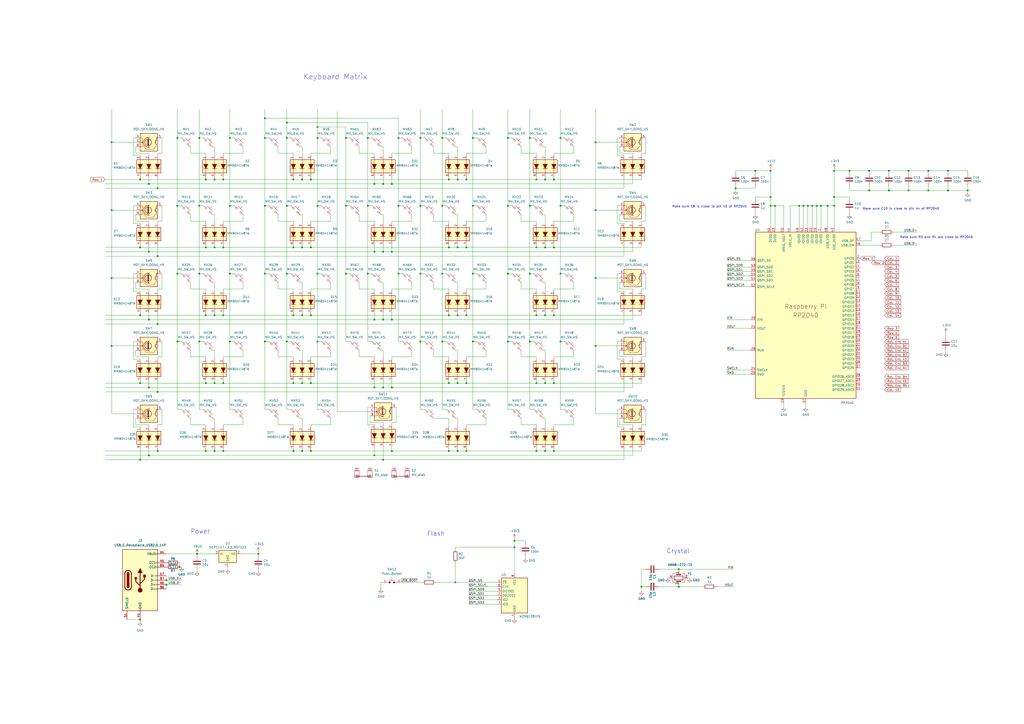
<source format=kicad_sch>
(kicad_sch (version 20231120) (generator "eeschema") (generator_version "8.0")
  (paper "A2")
  (junction (at 217.17 264.16))
  (junction (at 86.36 106.68))
  (junction (at 311.15 182.88))
  (junction (at 166.37 158.75))
  (junction (at 81.28 359.41))
  (junction (at 256.54 158.75))
  (junction (at 274.32 80.01))
  (junction (at 86.36 224.79))
  (junction (at 476.25 119.38))
  (junction (at 114.3 321.31))
  (junction (at 321.31 143.51))
  (junction (at 294.64 119.38))
  (junction (at 180.34 222.25))
  (junction (at 91.44 187.96))
  (junction (at 180.34 143.51))
  (junction (at 217.17 146.05))
  (junction (at 316.23 143.51))
  (junction (at 81.28 182.88))
  (junction (at 492.76 99.06))
  (junction (at 133.35 80.01))
  (junction (at 115.57 80.01))
  (junction (at 515.62 110.49))
  (junction (at 449.58 119.38))
  (junction (at 133.35 158.75))
  (junction (at 393.7 340.36))
  (junction (at 227.33 106.68))
  (junction (at 549.91 110.49))
  (junction (at 170.18 104.14))
  (junction (at 153.67 158.75))
  (junction (at 307.34 198.12))
  (junction (at 504.19 99.06))
  (junction (at 217.17 185.42))
  (junction (at 153.67 80.01))
  (junction (at 325.12 158.75))
  (junction (at 170.18 261.62))
  (junction (at 345.44 121.92))
  (junction (at 265.43 182.88))
  (junction (at 180.34 261.62))
  (junction (at 243.84 119.38))
  (junction (at 115.57 198.12))
  (junction (at 91.44 261.62))
  (junction (at 175.26 104.14))
  (junction (at 64.77 161.29))
  (junction (at 325.12 80.01))
  (junction (at 270.51 261.62))
  (junction (at 527.05 110.49))
  (junction (at 298.45 313.69))
  (junction (at 119.38 104.14))
  (junction (at 504.19 110.49))
  (junction (at 180.34 182.88))
  (junction (at 64.77 121.92))
  (junction (at 345.44 161.29))
  (junction (at 260.35 104.14))
  (junction (at 200.66 119.38))
  (junction (at 153.67 68.58))
  (junction (at 129.54 143.51))
  (junction (at 561.34 110.49))
  (junction (at 222.25 224.79))
  (junction (at 483.87 119.38))
  (junction (at 64.77 200.66))
  (junction (at 104.14 328.93))
  (junction (at 311.15 143.51))
  (junction (at 466.09 119.38))
  (junction (at 231.14 119.38))
  (junction (at 316.23 222.25))
  (junction (at 270.51 143.51))
  (junction (at 447.04 99.06))
  (junction (at 243.84 80.01))
  (junction (at 175.26 182.88))
  (junction (at 311.15 261.62))
  (junction (at 260.35 182.88))
  (junction (at 184.15 198.12))
  (junction (at 81.28 266.7))
  (junction (at 200.66 80.01))
  (junction (at 231.14 80.01))
  (junction (at 184.15 80.01))
  (junction (at 119.38 143.51))
  (junction (at 294.64 158.75))
  (junction (at 184.15 119.38))
  (junction (at 166.37 71.12))
  (junction (at 298.45 317.5))
  (junction (at 166.37 80.01))
  (junction (at 184.15 158.75))
  (junction (at 153.67 119.38))
  (junction (at 325.12 198.12))
  (junction (at 222.25 146.05))
  (junction (at 180.34 104.14))
  (junction (at 447.04 119.38))
  (junction (at 527.05 99.06))
  (junction (at 184.15 73.66))
  (junction (at 473.71 119.38))
  (junction (at 124.46 104.14))
  (junction (at 471.17 119.38))
  (junction (at 393.7 330.2))
  (junction (at 96.52 339.09))
  (junction (at 102.87 158.75))
  (junction (at 213.36 80.01))
  (junction (at 274.32 119.38))
  (junction (at 270.51 104.14))
  (junction (at 102.87 198.12))
  (junction (at 321.31 104.14))
  (junction (at 124.46 143.51))
  (junction (at 217.17 106.68))
  (junction (at 265.43 143.51))
  (junction (at 311.15 104.14))
  (junction (at 463.55 119.38))
  (junction (at 274.32 198.12))
  (junction (at 91.44 227.33))
  (junction (at 227.33 185.42))
  (junction (at 227.33 146.05))
  (junction (at 129.54 104.14))
  (junction (at 426.72 109.22))
  (junction (at 260.35 143.51))
  (junction (at 256.54 80.01))
  (junction (at 86.36 264.16))
  (junction (at 538.48 110.49))
  (junction (at 213.36 158.75))
  (junction (at 175.26 222.25))
  (junction (at 264.16 337.82))
  (junction (at 133.35 119.38))
  (junction (at 316.23 104.14))
  (junction (at 270.51 222.25))
  (junction (at 321.31 182.88))
  (junction (at 227.33 261.62))
  (junction (at 438.15 99.06))
  (junction (at 222.25 185.42))
  (junction (at 175.26 261.62))
  (junction (at 170.18 143.51))
  (junction (at 86.36 185.42))
  (junction (at 119.38 182.88))
  (junction (at 345.44 200.66))
  (junction (at 81.28 104.14))
  (junction (at 294.64 198.12))
  (junction (at 307.34 80.01))
  (junction (at 321.31 222.25))
  (junction (at 321.31 261.62))
  (junction (at 316.23 261.62))
  (junction (at 129.54 261.62))
  (junction (at 256.54 198.12))
  (junction (at 307.34 158.75))
  (junction (at 213.36 119.38))
  (junction (at 81.28 222.25))
  (junction (at 81.28 143.51))
  (junction (at 129.54 222.25))
  (junction (at 153.67 198.12))
  (junction (at 102.87 80.01))
  (junction (at 166.37 119.38))
  (junction (at 256.54 119.38))
  (junction (at 243.84 198.12))
  (junction (at 133.35 198.12))
  (junction (at 91.44 148.59))
  (junction (at 129.54 182.88))
  (junction (at 447.04 114.3))
  (junction (at 124.46 222.25))
  (junction (at 227.33 224.79))
  (junction (at 515.62 99.06))
  (junction (at 468.63 119.38))
  (junction (at 124.46 182.88))
  (junction (at 480.06 119.38))
  (junction (at 345.44 82.55))
  (junction (at 217.17 224.79))
  (junction (at 311.15 222.25))
  (junction (at 231.14 158.75))
  (junction (at 260.35 261.62))
  (junction (at 294.64 80.01))
  (junction (at 372.11 340.36))
  (junction (at 325.12 119.38))
  (junction (at 115.57 119.38))
  (junction (at 274.32 158.75))
  (junction (at 96.52 336.55))
  (junction (at 265.43 222.25))
  (junction (at 549.91 99.06))
  (junction (at 119.38 222.25))
  (junction (at 260.35 222.25))
  (junction (at 270.51 182.88))
  (junction (at 243.84 158.75))
  (junction (at 86.36 146.05))
  (junction (at 175.26 143.51))
  (junction (at 307.34 119.38))
  (junction (at 316.23 182.88))
  (junction (at 265.43 104.14))
  (junction (at 483.87 99.06))
  (junction (at 265.43 261.62))
  (junction (at 200.66 158.75))
  (junction (at 538.48 99.06))
  (junction (at 119.38 261.62))
  (junction (at 166.37 198.12))
  (junction (at 222.25 106.68))
  (junction (at 124.46 261.62))
  (junction (at 149.86 321.31))
  (junction (at 483.87 114.3))
  (junction (at 102.87 119.38))
  (junction (at 64.77 82.55))
  (junction (at 170.18 222.25))
  (junction (at 170.18 182.88))
  (junction (at 91.44 109.22))
  (junction (at 222.25 266.7))
  (junction (at 115.57 158.75))
  (wire (pts (xy 316.23 124.46) (xy 316.23 129.54)))
  (wire (pts (xy 270.51 143.51) (xy 311.15 143.51)))
  (wire (pts (xy 129.54 181.61) (xy 129.54 182.88)))
  (wire (pts (xy 139.7 321.31) (xy 149.86 321.31)))
  (wire (pts (xy 78.74 158.75) (xy 77.47 158.75)))
  (wire (pts (xy 227.33 224.79) (xy 367.03 224.79)))
  (wire (pts (xy 222.25 163.83) (xy 220.98 163.83)))
  (wire (pts (xy 149.86 330.2) (xy 149.86 331.47)))
  (wire (pts (xy 119.38 220.98) (xy 119.38 222.25)))
  (wire (pts (xy 447.04 119.38) (xy 447.04 132.08)))
  (wire (pts (xy 222.25 124.46) (xy 220.98 124.46)))
  (wire (pts (xy 102.87 198.12) (xy 102.87 237.49)))
  (wire (pts (xy 102.87 158.75) (xy 102.87 198.12)))
  (wire (pts (xy 372.11 142.24) (xy 372.11 143.51)))
  (wire (pts (xy 345.44 240.03) (xy 345.44 200.66)))
  (wire (pts (xy 345.44 121.92) (xy 359.41 121.92)))
  (wire (pts (xy 548.64 193.04) (xy 548.64 195.58)))
  (wire (pts (xy 217.17 207.01) (xy 217.17 208.28)))
  (wire (pts (xy 110.49 88.9) (xy 110.49 85.09)))
  (wire (pts (xy 332.74 128.27) (xy 332.74 124.46)))
  (wire (pts (xy 276.86 237.49) (xy 274.32 237.49)))
  (wire (pts (xy 81.28 359.41) (xy 81.28 360.68)))
  (wire (pts (xy 325.12 158.75) (xy 325.12 198.12)))
  (wire (pts (xy 505.46 134.62) (xy 505.46 139.7)))
  (wire (pts (xy 135.89 119.38) (xy 133.35 119.38)))
  (wire (pts (xy 124.46 163.83) (xy 124.46 168.91)))
  (wire (pts (xy 265.43 163.83) (xy 264.16 163.83)))
  (wire (pts (xy 175.26 104.14) (xy 180.34 104.14)))
  (wire (pts (xy 359.41 80.01) (xy 358.14 80.01)))
  (wire (pts (xy 311.15 142.24) (xy 311.15 143.51)))
  (wire (pts (xy 102.87 63.5) (xy 102.87 80.01)))
  (wire (pts (xy 78.74 246.38) (xy 86.36 246.38)))
  (wire (pts (xy 191.77 167.64) (xy 191.77 163.83)))
  (wire (pts (xy 60.96 187.96) (xy 91.44 187.96)))
  (wire (pts (xy 140.97 128.27) (xy 129.54 128.27)))
  (wire (pts (xy 270.51 246.38) (xy 270.51 247.65)))
  (wire (pts (xy 504.19 100.33) (xy 504.19 99.06)))
  (wire (pts (xy 294.64 119.38) (xy 294.64 158.75)))
  (wire (pts (xy 191.77 88.9) (xy 180.34 88.9)))
  (wire (pts (xy 129.54 222.25) (xy 170.18 222.25)))
  (wire (pts (xy 316.23 163.83) (xy 314.96 163.83)))
  (wire (pts (xy 93.98 128.27) (xy 91.44 128.27)))
  (wire (pts (xy 372.11 330.2) (xy 372.11 340.36)))
  (wire (pts (xy 238.76 167.64) (xy 238.76 163.83)))
  (wire (pts (xy 129.54 260.35) (xy 129.54 261.62)))
  (wire (pts (xy 515.62 110.49) (xy 504.19 110.49)))
  (wire (pts (xy 200.66 80.01) (xy 200.66 73.66)))
  (wire (pts (xy 91.44 167.64) (xy 91.44 168.91)))
  (wire (pts (xy 358.14 158.75) (xy 358.14 168.91)))
  (wire (pts (xy 421.64 162.56) (xy 435.61 162.56)))
  (wire (pts (xy 180.34 167.64) (xy 180.34 168.91)))
  (wire (pts (xy 276.86 198.12) (xy 274.32 198.12)))
  (wire (pts (xy 538.48 110.49) (xy 527.05 110.49)))
  (wire (pts (xy 60.96 109.22) (xy 91.44 109.22)))
  (wire (pts (xy 161.29 207.01) (xy 170.18 207.01)))
  (wire (pts (xy 468.63 132.08) (xy 468.63 119.38)))
  (wire (pts (xy 195.58 64.77) (xy 195.58 238.76)))
  (wire (pts (xy 372.11 102.87) (xy 372.11 104.14)))
  (wire (pts (xy 124.46 220.98) (xy 124.46 222.25)))
  (wire (pts (xy 302.26 207.01) (xy 311.15 207.01)))
  (wire (pts (xy 264.16 326.39) (xy 264.16 337.82)))
  (wire (pts (xy 186.69 158.75) (xy 184.15 158.75)))
  (wire (pts (xy 270.51 142.24) (xy 270.51 143.51)))
  (wire (pts (xy 265.43 203.2) (xy 265.43 208.28)))
  (wire (pts (xy 492.76 115.57) (xy 492.76 114.3)))
  (wire (pts (xy 93.98 158.75) (xy 93.98 167.64)))
  (wire (pts (xy 367.03 224.79) (xy 367.03 220.98)))
  (wire (pts (xy 96.52 321.31) (xy 114.3 321.31)))
  (wire (pts (xy 213.36 158.75) (xy 215.9 158.75)))
  (wire (pts (xy 217.17 264.16) (xy 367.03 264.16)))
  (wire (pts (xy 208.28 207.01) (xy 217.17 207.01)))
  (wire (pts (xy 265.43 85.09) (xy 265.43 90.17)))
  (wire (pts (xy 374.65 158.75) (xy 374.65 167.64)))
  (wire (pts (xy 302.26 246.38) (xy 311.15 246.38)))
  (wire (pts (xy 78.74 80.01) (xy 77.47 80.01)))
  (wire (pts (xy 161.29 128.27) (xy 170.18 128.27)))
  (wire (pts (xy 191.77 167.64) (xy 180.34 167.64)))
  (wire (pts (xy 93.98 246.38) (xy 91.44 246.38)))
  (wire (pts (xy 133.35 80.01) (xy 133.35 63.5)))
  (wire (pts (xy 222.25 224.79) (xy 227.33 224.79)))
  (wire (pts (xy 483.87 99.06) (xy 483.87 114.3)))
  (wire (pts (xy 302.26 167.64) (xy 302.26 163.83)))
  (wire (pts (xy 316.23 222.25) (xy 321.31 222.25)))
  (wire (pts (xy 359.41 203.2) (xy 359.41 207.01)))
  (wire (pts (xy 170.18 102.87) (xy 170.18 104.14)))
  (wire (pts (xy 243.84 80.01) (xy 243.84 119.38)))
  (wire (pts (xy 93.98 80.01) (xy 93.98 88.9)))
  (wire (pts (xy 447.04 97.79) (xy 447.04 99.06)))
  (wire (pts (xy 483.87 99.06) (xy 492.76 99.06)))
  (wire (pts (xy 302.26 128.27) (xy 302.26 124.46)))
  (wire (pts (xy 435.61 151.13) (xy 421.64 151.13)))
  (wire (pts (xy 91.44 109.22) (xy 361.95 109.22)))
  (wire (pts (xy 238.76 88.9) (xy 238.76 85.09)))
  (wire (pts (xy 372.11 167.64) (xy 372.11 168.91)))
  (wire (pts (xy 170.18 128.27) (xy 170.18 129.54)))
  (wire (pts (xy 316.23 143.51) (xy 321.31 143.51)))
  (wire (pts (xy 415.29 340.36) (xy 425.45 340.36)))
  (wire (pts (xy 270.51 181.61) (xy 270.51 182.88)))
  (wire (pts (xy 78.74 163.83) (xy 78.74 167.64)))
  (wire (pts (xy 307.34 158.75) (xy 307.34 198.12)))
  (wire (pts (xy 200.66 119.38) (xy 200.66 158.75)))
  (wire (pts (xy 180.34 88.9) (xy 180.34 90.17)))
  (wire (pts (xy 217.17 224.79) (xy 222.25 224.79)))
  (wire (pts (xy 466.09 132.08) (xy 466.09 119.38)))
  (wire (pts (xy 327.66 198.12) (xy 325.12 198.12)))
  (wire (pts (xy 243.84 198.12) (xy 246.38 198.12)))
  (wire (pts (xy 186.69 80.01) (xy 184.15 80.01)))
  (wire (pts (xy 132.08 328.93) (xy 132.08 330.2)))
  (wire (pts (xy 561.34 107.95) (xy 561.34 110.49)))
  (wire (pts (xy 78.74 88.9) (xy 86.36 88.9)))
  (wire (pts (xy 358.14 237.49) (xy 358.14 247.65)))
  (wire (pts (xy 473.71 119.38) (xy 476.25 119.38)))
  (wire (pts (xy 281.94 128.27) (xy 281.94 124.46)))
  (wire (pts (xy 213.36 80.01) (xy 213.36 119.38)))
  (wire (pts (xy 78.74 203.2) (xy 78.74 207.01)))
  (wire (pts (xy 124.46 203.2) (xy 124.46 208.28)))
  (wire (pts (xy 102.87 119.38) (xy 105.41 119.38)))
  (wire (pts (xy 184.15 73.66) (xy 184.15 80.01)))
  (wire (pts (xy 435.61 203.2) (xy 421.64 203.2)))
  (wire (pts (xy 426.72 109.22) (xy 426.72 110.49)))
  (wire (pts (xy 316.23 85.09) (xy 316.23 90.17)))
  (wire (pts (xy 374.65 119.38) (xy 374.65 128.27)))
  (wire (pts (xy 180.34 143.51) (xy 260.35 143.51)))
  (wire (pts (xy 227.33 102.87) (xy 227.33 106.68)))
  (wire (pts (xy 307.34 80.01) (xy 309.88 80.01)))
  (wire (pts (xy 426.72 100.33) (xy 426.72 99.06)))
  (wire (pts (xy 321.31 182.88) (xy 372.11 182.88)))
  (wire (pts (xy 274.32 80.01) (xy 274.32 119.38)))
  (wire (pts (xy 438.15 123.19) (xy 438.15 124.46)))
  (wire (pts (xy 480.06 132.08) (xy 480.06 119.38)))
  (wire (pts (xy 374.65 246.38) (xy 372.11 246.38)))
  (wire (pts (xy 213.36 158.75) (xy 213.36 198.12)))
  (wire (pts (xy 213.36 246.38) (xy 217.17 246.38)))
  (wire (pts (xy 476.25 119.38) (xy 480.06 119.38)))
  (wire (pts (xy 316.23 124.46) (xy 314.96 124.46)))
  (wire (pts (xy 302.26 246.38) (xy 302.26 242.57)))
  (wire (pts (xy 264.16 317.5) (xy 298.45 317.5)))
  (wire (pts (xy 60.96 227.33) (xy 91.44 227.33)))
  (wire (pts (xy 180.34 261.62) (xy 227.33 261.62)))
  (wire (pts (xy 227.33 261.62) (xy 260.35 261.62)))
  (wire (pts (xy 93.98 167.64) (xy 91.44 167.64)))
  (wire (pts (xy 281.94 167.64) (xy 281.94 163.83)))
  (wire (pts (xy 274.32 158.75) (xy 274.32 198.12)))
  (wire (pts (xy 518.16 134.62) (xy 532.13 134.62)))
  (wire (pts (xy 213.36 80.01) (xy 215.9 80.01)))
  (wire (pts (xy 316.23 242.57) (xy 316.23 247.65)))
  (wire (pts (xy 222.25 220.98) (xy 222.25 224.79)))
  (wire (pts (xy 175.26 242.57) (xy 175.26 247.65)))
  (wire (pts (xy 302.26 167.64) (xy 311.15 167.64)))
  (wire (pts (xy 316.23 182.88) (xy 321.31 182.88)))
  (wire (pts (xy 321.31 246.38) (xy 321.31 247.65)))
  (wire (pts (xy 260.35 167.64) (xy 260.35 168.91)))
  (wire (pts (xy 64.77 200.66) (xy 78.74 200.66)))
  (wire (pts (xy 129.54 88.9) (xy 129.54 90.17)))
  (wire (pts (xy 359.41 198.12) (xy 358.14 198.12)))
  (wire (pts (xy 294.64 63.5) (xy 294.64 80.01)))
  (wire (pts (xy 91.44 220.98) (xy 91.44 227.33)))
  (wire (pts (xy 325.12 63.5) (xy 325.12 80.01)))
  (wire (pts (xy 217.17 185.42) (xy 222.25 185.42)))
  (wire (pts (xy 91.44 260.35) (xy 91.44 261.62)))
  (wire (pts (xy 238.76 207.01) (xy 227.33 207.01)))
  (wire (pts (xy 91.44 246.38) (xy 91.44 247.65)))
  (wire (pts (xy 438.15 109.22) (xy 438.15 107.95)))
  (wire (pts (xy 504.19 110.49) (xy 492.76 110.49)))
  (wire (pts (xy 316.23 102.87) (xy 316.23 104.14)))
  (wire (pts (xy 359.41 167.64) (xy 367.03 167.64)))
  (wire (pts (xy 60.96 261.62) (xy 91.44 261.62)))
  (wire (pts (xy 421.64 185.42) (xy 435.61 185.42)))
  (wire (pts (xy 316.23 260.35) (xy 316.23 261.62)))
  (wire (pts (xy 311.15 260.35) (xy 311.15 261.62)))
  (wire (pts (xy 302.26 88.9) (xy 302.26 85.09)))
  (wire (pts (xy 321.31 167.64) (xy 321.31 168.91)))
  (wire (pts (xy 110.49 246.38) (xy 119.38 246.38)))
  (wire (pts (xy 549.91 110.49) (xy 561.34 110.49)))
  (wire (pts (xy 191.77 128.27) (xy 180.34 128.27)))
  (wire (pts (xy 175.26 222.25) (xy 180.34 222.25)))
  (wire (pts (xy 77.47 158.75) (xy 77.47 168.91)))
  (wire (pts (xy 393.7 339.09) (xy 393.7 340.36)))
  (wire (pts (xy 243.84 80.01) (xy 246.38 80.01)))
  (wire (pts (xy 222.25 337.82) (xy 220.98 337.82)))
  (wire (pts (xy 229.87 236.22) (xy 229.87 245.11)))
  (wire (pts (xy 180.34 220.98) (xy 180.34 222.25)))
  (wire (pts (xy 153.67 63.5) (xy 153.67 68.58)))
  (wire (pts (xy 233.68 198.12) (xy 231.14 198.12)))
  (wire (pts (xy 307.34 119.38) (xy 309.88 119.38)))
  (wire (pts (xy 86.36 207.01) (xy 86.36 208.28)))
  (wire (pts (xy 170.18 220.98) (xy 170.18 222.25)))
  (wire (pts (xy 251.46 128.27) (xy 260.35 128.27)))
  (wire (pts (xy 78.74 119.38) (xy 77.47 119.38)))
  (wire (pts (xy 133.35 198.12) (xy 133.35 237.49)))
  (wire (pts (xy 227.33 220.98) (xy 227.33 224.79)))
  (wire (pts (xy 307.34 80.01) (xy 307.34 119.38)))
  (wire (pts (xy 294.64 158.75) (xy 297.18 158.75)))
  (wire (pts (xy 129.54 207.01) (xy 129.54 208.28)))
  (wire (pts (xy 96.52 334.01) (xy 96.52 336.55)))
  (wire (pts (xy 81.28 222.25) (xy 119.38 222.25)))
  (wire (pts (xy 78.74 242.57) (xy 78.74 246.38)))
  (wire (pts (xy 327.66 119.38) (xy 325.12 119.38)))
  (wire (pts (xy 153.67 158.75) (xy 153.67 198.12)))
  (wire (pts (xy 251.46 242.57) (xy 260.35 242.57)))
  (wire (pts (xy 527.05 107.95) (xy 527.05 110.49)))
  (wire (pts (xy 119.38 260.35) (xy 119.38 261.62)))
  (wire (pts (xy 270.51 104.14) (xy 311.15 104.14)))
  (wire (pts (xy 153.67 119.38) (xy 153.67 158.75)))
  (wire (pts (xy 77.47 208.28) (xy 81.28 208.28)))
  (wire (pts (xy 129.54 167.64) (xy 129.54 168.91)))
  (wire (pts (xy 170.18 207.01) (xy 170.18 208.28)))
  (wire (pts (xy 135.89 158.75) (xy 133.35 158.75)))
  (wire (pts (xy 332.74 88.9) (xy 321.31 88.9)))
  (wire (pts (xy 245.11 337.82) (xy 232.41 337.82)))
  (wire (pts (xy 483.87 119.38) (xy 483.87 132.08)))
  (wire (pts (xy 115.57 237.49) (xy 118.11 237.49)))
  (wire (pts (xy 222.25 163.83) (xy 222.25 168.91)))
  (wire (pts (xy 471.17 132.08) (xy 471.17 119.38)))
  (wire (pts (xy 170.18 142.24) (xy 170.18 143.51)))
  (wire (pts (xy 81.28 260.35) (xy 81.28 266.7)))
  (wire (pts (xy 124.46 261.62) (xy 129.54 261.62)))
  (wire (pts (xy 78.74 207.01) (xy 86.36 207.01)))
  (wire (pts (xy 170.18 260.35) (xy 170.18 261.62)))
  (wire (pts (xy 64.77 240.03) (xy 78.74 240.03)))
  (wire (pts (xy 208.28 88.9) (xy 208.28 85.09)))
  (wire (pts (xy 60.96 182.88) (xy 81.28 182.88)))
  (wire (pts (xy 307.34 198.12) (xy 309.88 198.12)))
  (wire (pts (xy 135.89 198.12) (xy 133.35 198.12)))
  (wire (pts (xy 208.28 88.9) (xy 217.17 88.9)))
  (wire (pts (xy 186.69 237.49) (xy 184.15 237.49)))
  (wire (pts (xy 265.43 181.61) (xy 265.43 182.88)))
  (wire (pts (xy 238.76 128.27) (xy 227.33 128.27)))
  (wire (pts (xy 191.77 246.38) (xy 180.34 246.38)))
  (wire (pts (xy 153.67 80.01) (xy 153.67 119.38)))
  (wire (pts (xy 166.37 119.38) (xy 166.37 158.75)))
  (wire (pts (xy 64.77 82.55) (xy 78.74 82.55)))
  (wire (pts (xy 124.46 222.25) (xy 129.54 222.25)))
  (wire (pts (xy 332.74 207.01) (xy 321.31 207.01)))
  (wire (pts (xy 302.26 128.27) (xy 311.15 128.27)))
  (wire (pts (xy 549.91 100.33) (xy 549.91 99.06)))
  (wire (pts (xy 86.36 185.42) (xy 217.17 185.42)))
  (wire (pts (xy 91.44 148.59) (xy 361.95 148.59)))
  (wire (pts (xy 321.31 102.87) (xy 321.31 104.14)))
  (wire (pts (xy 227.33 167.64) (xy 227.33 168.91)))
  (wire (pts (xy 447.04 99.06) (xy 447.04 114.3)))
  (wire (pts (xy 208.28 128.27) (xy 217.17 128.27)))
  (wire (pts (xy 454.66 119.38) (xy 449.58 119.38)))
  (wire (pts (xy 345.44 82.55) (xy 359.41 82.55)))
  (wire (pts (xy 180.34 104.14) (xy 260.35 104.14)))
  (wire (pts (xy 345.44 200.66) (xy 345.44 161.29)))
  (wire (pts (xy 374.65 330.2) (xy 372.11 330.2)))
  (wire (pts (xy 325.12 198.12) (xy 325.12 237.49)))
  (wire (pts (xy 311.15 104.14) (xy 316.23 104.14)))
  (wire (pts (xy 124.46 260.35) (xy 124.46 261.62)))
  (wire (pts (xy 200.66 119.38) (xy 203.2 119.38)))
  (wire (pts (xy 361.95 181.61) (xy 361.95 187.96)))
  (wire (pts (xy 227.33 88.9) (xy 227.33 90.17)))
  (wire (pts (xy 260.35 242.57) (xy 260.35 247.65)))
  (wire (pts (xy 304.8 322.58) (xy 304.8 323.85)))
  (wire (pts (xy 222.25 102.87) (xy 222.25 106.68)))
  (wire (pts (xy 311.15 207.01) (xy 311.15 208.28)))
  (wire (pts (xy 161.29 167.64) (xy 170.18 167.64)))
  (wire (pts (xy 180.34 128.27) (xy 180.34 129.54)))
  (wire (pts (xy 294.64 198.12) (xy 294.64 237.49)))
  (wire (pts (xy 311.15 167.64) (xy 311.15 168.91)))
  (wire (pts (xy 115.57 80.01) (xy 118.11 80.01)))
  (wire (pts (xy 78.74 128.27) (xy 86.36 128.27)))
  (wire (pts (xy 208.28 167.64) (xy 217.17 167.64)))
  (wire (pts (xy 281.94 207.01) (xy 270.51 207.01)))
  (wire (pts (xy 195.58 238.76) (xy 214.63 238.76)))
  (wire (pts (xy 243.84 158.75) (xy 246.38 158.75)))
  (wire (pts (xy 256.54 158.75) (xy 259.08 158.75)))
  (wire (pts (xy 213.36 80.01) (xy 213.36 71.12)))
  (wire (pts (xy 115.57 198.12) (xy 118.11 198.12)))
  (wire (pts (xy 332.74 88.9) (xy 332.74 85.09)))
  (wire (pts (xy 149.86 321.31) (xy 149.86 320.04)))
  (wire (pts (xy 175.26 163.83) (xy 173.99 163.83)))
  (wire (pts (xy 110.49 128.27) (xy 110.49 124.46)))
  (wire (pts (xy 170.18 261.62) (xy 175.26 261.62)))
  (wire (pts (xy 492.76 123.19) (xy 492.76 124.46)))
  (wire (pts (xy 256.54 80.01) (xy 259.08 80.01)))
  (wire (pts (xy 332.74 167.64) (xy 321.31 167.64)))
  (wire (pts (xy 281.94 207.01) (xy 281.94 203.2)))
  (wire (pts (xy 140.97 167.64) (xy 140.97 163.83)))
  (wire (pts (xy 222.25 245.11) (xy 222.25 246.38)))
  (wire (pts (xy 468.63 119.38) (xy 471.17 119.38)))
  (wire (pts (xy 372.11 88.9) (xy 372.11 90.17)))
  (wire (pts (xy 321.31 222.25) (xy 372.11 222.25)))
  (wire (pts (xy 499.11 142.24) (xy 510.54 142.24)))
  (wire (pts (xy 382.27 330.2) (xy 393.7 330.2)))
  (wire (pts (xy 217.17 220.98) (xy 217.17 224.79)))
  (wire (pts (xy 91.44 142.24) (xy 91.44 148.59)))
  (wire (pts (xy 175.26 242.57) (xy 173.99 242.57)))
  (wire (pts (xy 466.09 119.38) (xy 468.63 119.38)))
  (wire (pts (xy 191.77 207.01) (xy 191.77 203.2)))
  (wire (pts (xy 327.66 80.01) (xy 325.12 80.01)))
  (wire (pts (xy 161.29 207.01) (xy 161.29 203.2)))
  (wire (pts (xy 316.23 203.2) (xy 316.23 208.28)))
  (wire (pts (xy 294.64 119.38) (xy 297.18 119.38)))
  (wire (pts (xy 316.23 261.62) (xy 321.31 261.62)))
  (wire (pts (xy 81.28 143.51) (xy 119.38 143.51)))
  (wire (pts (xy 345.44 161.29) (xy 345.44 121.92)))
  (wire (pts (xy 60.96 266.7) (xy 81.28 266.7)))
  (wire (pts (xy 166.37 71.12) (xy 213.36 71.12)))
  (wire (pts (xy 86.36 128.27) (xy 86.36 129.54)))
  (wire (pts (xy 86.36 142.24) (xy 86.36 146.05)))
  (wire (pts (xy 102.87 119.38) (xy 102.87 158.75)))
  (wire (pts (xy 91.44 102.87) (xy 91.44 109.22)))
  (wire (pts (xy 114.3 330.2) (xy 114.3 331.47)))
  (wire (pts (xy 398.78 335.28) (xy 400.05 335.28)))
  (wire (pts (xy 220.98 337.82) (xy 220.98 341.63)))
  (wire (pts (xy 372.11 128.27) (xy 372.11 129.54)))
  (wire (pts (xy 264.16 337.82) (xy 288.29 337.82)))
  (wire (pts (xy 214.63 245.11) (xy 222.25 245.11)))
  (wire (pts (xy 302.26 207.01) (xy 302.26 203.2)))
  (wire (pts (xy 217.17 259.08) (xy 217.17 264.16)))
  (wire (pts (xy 170.18 246.38) (xy 170.18 247.65)))
  (wire (pts (xy 175.26 203.2) (xy 173.99 203.2)))
  (wire (pts (xy 200.66 158.75) (xy 200.66 198.12)))
  (wire (pts (xy 294.64 80.01) (xy 297.18 80.01)))
  (wire (pts (xy 361.95 148.59) (xy 361.95 142.24)))
  (wire (pts (xy 114.3 322.58) (xy 114.3 321.31)))
  (wire (pts (xy 124.46 85.09) (xy 124.46 90.17)))
  (wire (pts (xy 102.87 198.12) (xy 105.41 198.12)))
  (wire (pts (xy 102.87 237.49) (xy 105.41 237.49)))
  (wire (pts (xy 251.46 167.64) (xy 251.46 163.83)))
  (wire (pts (xy 426.72 99.06) (xy 438.15 99.06)))
  (wire (pts (xy 374.65 128.27) (xy 372.11 128.27)))
  (wire (pts (xy 91.44 187.96) (xy 361.95 187.96)))
  (wire (pts (xy 260.35 222.25) (xy 265.43 222.25)))
  (wire (pts (xy 78.74 124.46) (xy 78.74 128.27)))
  (wire (pts (xy 91.44 128.27) (xy 91.44 129.54)))
  (wire (pts (xy 274.32 119.38) (xy 274.32 158.75)))
  (wire (pts (xy 110.49 246.38) (xy 110.49 242.57)))
  (wire (pts (xy 77.47 90.17) (xy 81.28 90.17)))
  (wire (pts (xy 124.46 163.83) (xy 123.19 163.83)))
  (wire (pts (xy 321.31 104.14) (xy 372.11 104.14)))
  (wire (pts (xy 81.28 266.7) (xy 222.25 266.7)))
  (wire (pts (xy 166.37 119.38) (xy 168.91 119.38)))
  (wire (pts (xy 345.44 200.66) (xy 359.41 200.66)))
  (wire (pts (xy 260.35 220.98) (xy 260.35 222.25)))
  (wire (pts (xy 170.18 88.9) (xy 170.18 90.17)))
  (wire (pts (xy 110.49 167.64) (xy 110.49 163.83)))
  (wire (pts (xy 64.77 82.55) (xy 64.77 121.92)))
  (wire (pts (xy 251.46 88.9) (xy 260.35 88.9)))
  (wire (pts (xy 124.46 124.46) (xy 124.46 129.54)))
  (wire (pts (xy 421.64 160.02) (xy 435.61 160.02)))
  (wire (pts (xy 265.43 182.88) (xy 270.51 182.88)))
  (wire (pts (xy 454.66 132.08) (xy 454.66 119.38)))
  (wire (pts (xy 374.65 340.36) (xy 372.11 340.36)))
  (wire (pts (xy 119.38 104.14) (xy 124.46 104.14)))
  (wire (pts (xy 78.74 85.09) (xy 78.74 88.9)))
  (wire (pts (xy 548.64 203.2) (xy 548.64 204.47)))
  (wire (pts (xy 60.96 264.16) (xy 86.36 264.16)))
  (wire (pts (xy 153.67 68.58) (xy 153.67 80.01)))
  (wire (pts (xy 222.25 259.08) (xy 222.25 266.7)))
  (wire (pts (xy 129.54 261.62) (xy 170.18 261.62)))
  (wire (pts (xy 110.49 128.27) (xy 119.38 128.27)))
  (wire (pts (xy 73.66 359.41) (xy 81.28 359.41)))
  (wire (pts (xy 265.43 242.57) (xy 265.43 247.65)))
  (wire (pts (xy 358.14 198.12) (xy 358.14 208.28)))
  (wire (pts (xy 78.74 167.64) (xy 86.36 167.64)))
  (wire (pts (xy 153.67 158.75) (xy 156.21 158.75)))
  (wire (pts (xy 265.43 143.51) (xy 270.51 143.51)))
  (wire (pts (xy 260.35 142.24) (xy 260.35 143.51)))
  (wire (pts (xy 374.65 198.12) (xy 374.65 207.01)))
  (wire (pts (xy 60.96 222.25) (xy 81.28 222.25)))
  (wire (pts (xy 374.65 237.49) (xy 374.65 246.38)))
  (wire (pts (xy 166.37 198.12) (xy 166.37 237.49)))
  (wire (pts (xy 86.36 264.16) (xy 217.17 264.16)))
  (wire (pts (xy 231.14 158.75) (xy 231.14 198.12)))
  (wire (pts (xy 77.47 237.49) (xy 77.47 247.65)))
  (wire (pts (xy 191.77 246.38) (xy 191.77 242.57)))
  (wire (pts (xy 327.66 237.49) (xy 325.12 237.49)))
  (wire (pts (xy 256.54 198.12) (xy 256.54 237.49)))
  (wire (pts (xy 260.35 104.14) (xy 265.43 104.14)))
  (wire (pts (xy 438.15 100.33) (xy 438.15 99.06)))
  (wire (pts (xy 208.28 167.64) (xy 208.28 163.83)))
  (wire (pts (xy 527.05 110.49) (xy 515.62 110.49)))
  (wire (pts (xy 274.32 63.5) (xy 274.32 80.01)))
  (wire (pts (xy 217.17 146.05) (xy 222.25 146.05)))
  (wire (pts (xy 175.26 85.09) (xy 175.26 90.17)))
  (wire (pts (xy 426.72 109.22) (xy 438.15 109.22)))
  (wire (pts (xy 175.26 85.09) (xy 173.99 85.09)))
  (wire (pts (xy 321.31 128.27) (xy 321.31 129.54)))
  (wire (pts (xy 435.61 214.63) (xy 421.64 214.63)))
  (wire (pts (xy 256.54 158.75) (xy 256.54 198.12)))
  (wire (pts (xy 359.41 163.83) (xy 359.41 167.64)))
  (wire (pts (xy 217.17 142.24) (xy 217.17 146.05)))
  (wire (pts (xy 77.47 198.12) (xy 77.47 208.28)))
  (wire (pts (xy 265.43 124.46) (xy 264.16 124.46)))
  (wire (pts (xy 124.46 142.24) (xy 124.46 143.51)))
  (wire (pts (xy 77.47 119.38) (xy 77.47 129.54)))
  (wire (pts (xy 276.86 80.01) (xy 274.32 80.01)))
  (wire (pts (xy 161.29 88.9) (xy 170.18 88.9)))
  (wire (pts (xy 115.57 198.12) (xy 115.57 237.49)))
  (wire (pts (xy 166.37 198.12) (xy 168.91 198.12)))
  (wire (pts (xy 119.38 128.27) (xy 119.38 129.54)))
  (wire (pts (xy 166.37 237.49) (xy 168.91 237.49)))
  (wire (pts (xy 93.98 198.12) (xy 93.98 207.01)))
  (wire (pts (xy 86.36 220.98) (xy 86.36 224.79)))
  (wire (pts (xy 93.98 88.9) (xy 91.44 88.9)))
  (wire (pts (xy 60.96 185.42) (xy 86.36 185.42)))
  (wire (pts (xy 243.84 158.75) (xy 243.84 198.12)))
  (wire (pts (xy 435.61 166.37) (xy 421.64 166.37)))
  (wire (pts (xy 265.43 102.87) (xy 265.43 104.14)))
  (wire (pts (xy 153.67 80.01) (xy 156.21 80.01)))
  (wire (pts (xy 238.76 207.01) (xy 238.76 203.2)))
  (wire (pts (xy 276.86 158.75) (xy 274.32 158.75)))
  (wire (pts (xy 184.15 73.66) (xy 200.66 73.66)))
  (wire (pts (xy 217.17 128.27) (xy 217.17 129.54)))
  (wire (pts (xy 175.26 181.61) (xy 175.26 182.88)))
  (wire (pts (xy 270.51 102.87) (xy 270.51 104.14)))
  (wire (pts (xy 270.51 261.62) (xy 311.15 261.62)))
  (wire (pts (xy 270.51 167.64) (xy 270.51 168.91)))
  (wire (pts (xy 359.41 119.38) (xy 358.14 119.38)))
  (wire (pts (xy 372.11 260.35) (xy 372.11 261.62)))
  (wire (pts (xy 499.11 139.7) (xy 505.46 139.7)))
  (wire (pts (xy 184.15 63.5) (xy 184.15 73.66)))
  (wire (pts (xy 124.46 242.57) (xy 124.46 247.65)))
  (wire (pts (xy 311.15 222.25) (xy 316.23 222.25)))
  (wire (pts (xy 298.45 312.42) (xy 298.45 313.69)))
  (wire (pts (xy 180.34 102.87) (xy 180.34 104.14)))
  (wire (pts (xy 227.33 181.61) (xy 227.33 185.42)))
  (wire (pts (xy 265.43 261.62) (xy 270.51 261.62)))
  (wire (pts (xy 374.65 207.01) (xy 372.11 207.01)))
  (wire (pts (xy 233.68 158.75) (xy 231.14 158.75)))
  (wire (pts (xy 213.36 198.12) (xy 215.9 198.12)))
  (wire (pts (xy 140.97 128.27) (xy 140.97 124.46)))
  (wire (pts (xy 91.44 181.61) (xy 91.44 187.96)))
  (wire (pts (xy 161.29 246.38) (xy 161.29 242.57)))
  (wire (pts (xy 463.55 119.38) (xy 466.09 119.38)))
  (wire (pts (xy 60.96 224.79) (xy 86.36 224.79)))
  (wire (pts (xy 265.43 222.25) (xy 270.51 222.25)))
  (wire (pts (xy 208.28 128.27) (xy 208.28 124.46)))
  (wire (pts (xy 140.97 167.64) (xy 129.54 167.64)))
  (wire (pts (xy 359.41 237.49) (xy 358.14 237.49)))
  (wire (pts (xy 359.41 242.57) (xy 359.41 246.38)))
  (wire (pts (xy 518.16 142.24) (xy 532.13 142.24)))
  (wire (pts (xy 119.38 207.01) (xy 119.38 208.28)))
  (wire (pts (xy 311.15 181.61) (xy 311.15 182.88)))
  (wire (pts (xy 60.96 106.68) (xy 86.36 106.68)))
  (wire (pts (xy 93.98 237.49) (xy 93.98 246.38)))
  (wire (pts (xy 231.14 119.38) (xy 231.14 158.75)))
  (wire (pts (xy 175.26 220.98) (xy 175.26 222.25)))
  (wire (pts (xy 316.23 220.98) (xy 316.23 222.25)))
  (wire (pts (xy 184.15 80.01) (xy 184.15 119.38)))
  (wire (pts (xy 64.77 161.29) (xy 78.74 161.29)))
  (wire (pts (xy 260.35 207.01) (xy 260.35 208.28)))
  (wire (pts (xy 222.25 203.2) (xy 220.98 203.2)))
  (wire (pts (xy 270.51 88.9) (xy 270.51 90.17)))
  (wire (pts (xy 233.68 80.01) (xy 231.14 80.01)))
  (wire (pts (xy 345.44 121.92) (xy 345.44 82.55)))
  (wire (pts (xy 372.11 207.01) (xy 372.11 208.28)))
  (wire (pts (xy 222.25 203.2) (xy 222.25 208.28)))
  (wire (pts (xy 180.34 142.24) (xy 180.34 143.51)))
  (wire (pts (xy 538.48 99.06) (xy 549.91 99.06)))
  (wire (pts (xy 77.47 129.54) (xy 81.28 129.54)))
  (wire (pts (xy 86.36 181.61) (xy 86.36 185.42)))
  (wire (pts (xy 170.18 143.51) (xy 175.26 143.51)))
  (wire (pts (xy 77.47 80.01) (xy 77.47 90.17)))
  (wire (pts (xy 251.46 167.64) (xy 260.35 167.64)))
  (wire (pts (xy 270.51 182.88) (xy 311.15 182.88)))
  (wire (pts (xy 217.17 106.68) (xy 222.25 106.68)))
  (wire (pts (xy 311.15 102.87) (xy 311.15 104.14)))
  (wire (pts (xy 298.45 358.775) (xy 298.45 358.14)))
  (wire (pts (xy 321.31 261.62) (xy 372.11 261.62)))
  (wire (pts (xy 129.54 182.88) (xy 170.18 182.88)))
  (wire (pts (xy 227.33 146.05) (xy 367.03 146.05)))
  (wire (pts (xy 96.52 339.09) (xy 96.52 341.63)))
  (wire (pts (xy 538.48 100.33) (xy 538.48 99.06)))
  (wire (pts (xy 243.84 119.38) (xy 243.84 158.75)))
  (wire (pts (xy 124.46 85.09) (xy 123.19 85.09)))
  (wire (pts (xy 243.84 198.12) (xy 243.84 237.49)))
  (wire (pts (xy 86.36 88.9) (xy 86.36 90.17)))
  (wire (pts (xy 140.97 88.9) (xy 129.54 88.9)))
  (wire (pts (xy 243.84 119.38) (xy 246.38 119.38)))
  (wire (pts (xy 110.49 167.64) (xy 119.38 167.64)))
  (wire (pts (xy 175.26 163.83) (xy 175.26 168.91)))
  (wire (pts (xy 161.29 88.9) (xy 161.29 85.09)))
  (wire (pts (xy 153.67 68.58) (xy 231.14 68.58)))
  (wire (pts (xy 86.36 106.68) (xy 217.17 106.68)))
  (wire (pts (xy 166.37 80.01) (xy 168.91 80.01)))
  (wire (pts (xy 294.64 80.01) (xy 294.64 119.38)))
  (wire (pts (xy 105.41 328.93) (xy 104.14 328.93)))
  (wire (pts (xy 91.44 261.62) (xy 119.38 261.62)))
  (wire (pts (xy 538.48 107.95) (xy 538.48 110.49)))
  (wire (pts (xy 359.41 158.75) (xy 358.14 158.75)))
  (wire (pts (xy 276.86 119.38) (xy 274.32 119.38)))
  (wire (pts (xy 102.87 80.01) (xy 105.41 80.01)))
  (wire (pts (xy 231.14 80.01) (xy 231.14 68.58)))
  (wire (pts (xy 372.11 181.61) (xy 372.11 182.88)))
  (wire (pts (xy 60.96 146.05) (xy 86.36 146.05)))
  (wire (pts (xy 359.41 88.9) (xy 367.03 88.9)))
  (wire (pts (xy 449.58 119.38) (xy 447.04 119.38)))
  (wire (pts (xy 467.36 233.68) (xy 467.36 236.22)))
  (wire (pts (xy 387.35 335.28) (xy 388.62 335.28)))
  (wire (pts (xy 175.26 203.2) (xy 175.26 208.28)))
  (wire (pts (xy 288.29 342.9) (xy 271.78 342.9)))
  (wire (pts (xy 359.41 246.38) (xy 367.03 246.38)))
  (wire (pts (xy 311.15 182.88) (xy 316.23 182.88)))
  (wire (pts (xy 307.34 198.12) (xy 307.34 237.49)))
  (wire (pts (xy 238.76 88.9) (xy 227.33 88.9)))
  (wire (pts (xy 316.23 203.2) (xy 314.96 203.2)))
  (wire (pts (xy 184.15 119.38) (xy 184.15 158.75)))
  (wire (pts (xy 332.74 207.01) (xy 332.74 203.2)))
  (wire (pts (xy 129.54 143.51) (xy 170.18 143.51)))
  (wire (pts (xy 438.15 115.57) (xy 438.15 114.3)))
  (wire (pts (xy 358.14 247.65) (xy 361.95 247.65)))
  (wire (pts (xy 77.47 168.91) (xy 81.28 168.91)))
  (wire (pts (xy 166.37 158.75) (xy 166.37 198.12)))
  (wire (pts (xy 256.54 237.49) (xy 259.08 237.49)))
  (wire (pts (xy 91.44 227.33) (xy 361.95 227.33)))
  (wire (pts (xy 435.61 190.5) (xy 421.64 190.5)))
  (wire (pts (xy 115.57 80.01) (xy 115.57 119.38)))
  (wire (pts (xy 200.66 80.01) (xy 203.2 80.01)))
  (wire (pts (xy 345.44 161.29) (xy 359.41 161.29)))
  (wire (pts (xy 104.14 326.39) (xy 104.14 328.93)))
  (wire (pts (xy 359.41 85.09) (xy 359.41 88.9)))
  (wire (pts (xy 316.23 85.09) (xy 314.96 85.09)))
  (wire (pts (xy 129.54 246.38) (xy 129.54 247.65)))
  (wire (pts (xy 359.41 128.27) (xy 367.03 128.27)))
  (wire (pts (xy 311.15 88.9) (xy 311.15 90.17)))
  (wire (pts (xy 60.96 104.14) (xy 81.28 104.14)))
  (wire (pts (xy 64.77 200.66) (xy 64.77 240.03)))
  (wire (pts (xy 367.03 264.16) (xy 367.03 260.35)))
  (wire (pts (xy 454.66 233.68) (xy 454.66 236.22)))
  (wire (pts (xy 435.61 217.17) (xy 421.64 217.17)))
  (wire (pts (xy 129.54 142.24) (xy 129.54 143.51)))
  (wire (pts (xy 180.34 181.61) (xy 180.34 182.88)))
  (wire (pts (xy 345.44 63.5) (xy 345.44 82.55)))
  (wire (pts (xy 119.38 142.24) (xy 119.38 143.51)))
  (wire (pts (xy 311.15 261.62) (xy 316.23 261.62)))
  (wire (pts (xy 476.25 119.38) (xy 476.25 132.08)))
  (wire (pts (xy 473.71 132.08) (xy 473.71 119.38)))
  (wire (pts (xy 217.17 102.87) (xy 217.17 106.68)))
  (wire (pts (xy 217.17 167.64) (xy 217.17 168.91)))
  (wire (pts (xy 153.67 119.38) (xy 156.21 119.38)))
  (wire (pts (xy 133.35 80.01) (xy 133.35 119.38)))
  (wire (pts (xy 265.43 220.98) (xy 265.43 222.25)))
  (wire (pts (xy 175.26 182.88) (xy 180.34 182.88)))
  (wire (pts (xy 271.78 340.36) (xy 288.29 340.36)))
  (wire (pts (xy 180.34 260.35) (xy 180.34 261.62)))
  (wire (pts (xy 311.15 246.38) (xy 311.15 247.65)))
  (wire (pts (xy 515.62 107.95) (xy 515.62 110.49)))
  (wire (pts (xy 270.51 260.35) (xy 270.51 261.62)))
  (wire (pts (xy 274.32 198.12) (xy 274.32 237.49)))
  (wire (pts (xy 527.05 100.33) (xy 527.05 99.06)))
  (wire (pts (xy 86.36 260.35) (xy 86.36 264.16)))
  (wire (pts (xy 77.47 247.65) (xy 81.28 247.65)))
  (wire (pts (xy 256.54 119.38) (xy 259.08 119.38)))
  (wire (pts (xy 260.35 182.88) (xy 265.43 182.88)))
  (wire (pts (xy 332.74 167.64) (xy 332.74 163.83)))
  (wire (pts (xy 504.19 99.06) (xy 515.62 99.06)))
  (wire (pts (xy 180.34 182.88) (xy 260.35 182.88)))
  (wire (pts (xy 549.91 99.06) (xy 561.34 99.06)))
  (wire (pts (xy 367.03 128.27) (xy 367.03 129.54)))
  (wire (pts (xy 124.46 143.51) (xy 129.54 143.51)))
  (wire (pts (xy 222.25 124.46) (xy 222.25 129.54)))
  (wire (pts (xy 64.77 161.29) (xy 64.77 200.66)))
  (wire (pts (xy 222.25 146.05) (xy 227.33 146.05)))
  (wire (pts (xy 307.34 158.75) (xy 309.88 158.75)))
  (wire (pts (xy 288.29 347.98) (xy 271.78 347.98)))
  (wire (pts (xy 288.29 350.52) (xy 271.78 350.52)))
  (wire (pts (xy 294.64 158.75) (xy 294.64 198.12)))
  (wire (pts (xy 316.23 142.24) (xy 316.23 143.51)))
  (wire (pts (xy 200.66 80.01) (xy 200.66 119.38)))
  (wire (pts (xy 222.25 266.7) (xy 361.95 266.7)))
  (wire (pts (xy 115.57 158.75) (xy 115.57 198.12)))
  (wire (pts (xy 471.17 119.38) (xy 473.71 119.38)))
  (wire (pts (xy 302.26 88.9) (xy 311.15 88.9)))
  (wire (pts (xy 311.15 128.27) (xy 311.15 129.54)))
  (wire (pts (xy 304.8 314.96) (xy 304.8 313.69)))
  (wire (pts (xy 361.95 102.87) (xy 361.95 109.22)))
  (wire (pts (xy 110.49 88.9) (xy 119.38 88.9)))
  (wire (pts (xy 119.38 143.51) (xy 124.46 143.51)))
  (wire (pts (xy 243.84 63.5) (xy 243.84 80.01)))
  (wire (pts (xy 298.45 313.69) (xy 298.45 317.5)))
  (wire (pts (xy 119.38 102.87) (xy 119.38 104.14)))
  (wire (pts (xy 170.18 167.64) (xy 170.18 168.91)))
  (wire (pts (xy 81.28 220.98) (xy 81.28 222.25)))
  (wire (pts (xy 281.94 128.27) (xy 270.51 128.27)))
  (wire (pts (xy 367.03 146.05) (xy 367.03 142.24)))
  (wire (pts (xy 191.77 128.27) (xy 191.77 124.46)))
  (wire (pts (xy 175.26 143.51) (xy 180.34 143.51)))
  (wire (pts (xy 153.67 237.49) (xy 156.21 237.49)))
  (wire (pts (xy 480.06 119.38) (xy 483.87 119.38)))
  (wire (pts (xy 515.62 99.06) (xy 527.05 99.06)))
  (wire (pts (xy 426.72 107.95) (xy 426.72 109.22)))
  (wire (pts (xy 60.96 148.59) (xy 91.44 148.59)))
  (wire (pts (xy 458.47 132.08) (xy 458.47 119.38)))
  (wire (pts (xy 374.65 167.64) (xy 372.11 167.64)))
  (wire (pts (xy 298.45 317.5) (xy 298.45 332.74)))
  (wire (pts (xy 222.25 106.68) (xy 227.33 106.68)))
  (wire (pts (xy 129.54 220.98) (xy 129.54 222.25)))
  (wire (pts (xy 191.77 207.01) (xy 180.34 207.01)))
  (wire (pts (xy 149.86 322.58) (xy 149.86 321.31)))
  (wire (pts (xy 78.74 198.12) (xy 77.47 198.12)))
  (wire (pts (xy 186.69 198.12) (xy 184.15 198.12)))
  (wire (pts (xy 124.46 181.61) (xy 124.46 182.88)))
  (wire (pts (xy 231.14 80.01) (xy 231.14 119.38)))
  (wire (pts (xy 372.11 246.38) (xy 372.11 247.65)))
  (wire (pts (xy 227.33 259.08) (xy 227.33 261.62)))
  (wire (pts (xy 243.84 237.49) (xy 246.38 237.49)))
  (wire (pts (xy 321.31 260.35) (xy 321.31 261.62)))
  (wire (pts (xy 251.46 88.9) (xy 251.46 85.09)))
  (wire (pts (xy 316.23 163.83) (xy 316.23 168.91)))
  (wire (pts (xy 175.26 260.35) (xy 175.26 261.62)))
  (wire (pts (xy 64.77 63.5) (xy 64.77 82.55)))
  (wire (pts (xy 222.25 185.42) (xy 227.33 185.42)))
  (wire (pts (xy 270.51 222.25) (xy 311.15 222.25)))
  (wire (pts (xy 307.34 63.5) (xy 307.34 80.01)))
  (wire (pts (xy 227.33 142.24) (xy 227.33 146.05)))
  (wire (pts (xy 124.46 182.88) (xy 129.54 182.88)))
  (wire (pts (xy 124.46 102.87) (xy 124.46 104.14)))
  (wire (pts (xy 359.41 207.01) (xy 367.03 207.01)))
  (wire (pts (xy 492.76 100.33) (xy 492.76 99.06)))
  (wire (pts (xy 304.8 313.69) (xy 298.45 313.69)))
  (wire (pts (xy 260.35 88.9) (xy 260.35 90.17)))
  (wire (pts (xy 260.35 261.62) (xy 265.43 261.62)))
  (wire (pts (xy 184.15 158.75) (xy 184.15 198.12)))
  (wire (pts (xy 153.67 198.12) (xy 156.21 198.12)))
  (wire (pts (xy 505.46 134.62) (xy 510.54 134.62)))
  (wire (pts (xy 115.57 119.38) (xy 118.11 119.38)))
  (wire (pts (xy 110.49 207.01) (xy 119.38 207.01)))
  (wire (pts (xy 93.98 207.01) (xy 91.44 207.01)))
  (wire (pts (xy 115.57 119.38) (xy 115.57 158.75)))
  (wire (pts (xy 270.51 128.27) (xy 270.51 129.54)))
  (wire (pts (xy 227.33 128.27) (xy 227.33 129.54)))
  (wire (pts (xy 421.64 157.48) (xy 435.61 157.48)))
  (wire (pts (xy 238.76 167.64) (xy 227.33 167.64)))
  (wire (pts (xy 214.63 241.3) (xy 214.63 245.11)))
  (wire (pts (xy 361.95 220.98) (xy 361.95 227.33)))
  (wire (pts (xy 81.28 182.88) (xy 119.38 182.88)))
  (wire (pts (xy 222.25 142.24) (xy 222.25 146.05)))
  (wire (pts (xy 393.7 331.47) (xy 393.7 330.2)))
  (wire (pts (xy 86.36 167.64) (xy 86.36 168.91)))
  (wire (pts (xy 307.34 237.49) (xy 309.88 237.49)))
  (wire (pts (xy 281.94 246.38) (xy 281.94 242.57)))
  (wire (pts (xy 119.38 261.62) (xy 124.46 261.62)))
  (wire (pts (xy 367.03 88.9) (xy 367.03 90.17)))
  (wire (pts (xy 372.11 220.98) (xy 372.11 222.25)))
  (wire (pts (xy 265.43 242.57) (xy 264.16 242.57)))
  (wire (pts (xy 140.97 207.01) (xy 140.97 203.2)))
  (wire (pts (xy 270.51 220.98) (xy 270.51 222.25)))
  (wire (pts (xy 438.15 114.3) (xy 447.04 114.3)))
  (wire (pts (xy 129.54 102.87) (xy 129.54 104.14)))
  (wire (pts (xy 119.38 88.9) (xy 119.38 90.17)))
  (wire (pts (xy 140.97 246.38) (xy 129.54 246.38)))
  (wire (pts (xy 140.97 246.38) (xy 140.97 242.57)))
  (wire (pts (xy 367.03 246.38) (xy 367.03 247.65)))
  (wire (pts (xy 124.46 242.57) (xy 123.19 242.57)))
  (wire (pts (xy 321.31 207.01) (xy 321.31 208.28)))
  (wire (pts (xy 222.25 85.09) (xy 220.98 85.09)))
  (wire (pts (xy 311.15 143.51) (xy 316.23 143.51)))
  (wire (pts (xy 463.55 132.08) (xy 463.55 119.38)))
  (wire (pts (xy 265.43 104.14) (xy 270.51 104.14)))
  (wire (pts (xy 110.49 207.01) (xy 110.49 203.2)))
  (wire (pts (xy 153.67 198.12) (xy 153.67 237.49)))
  (wire (pts (xy 325.12 80.01) (xy 325.12 119.38)))
  (wire (pts (xy 251.46 128.27) (xy 251.46 124.46)))
  (wire (pts (xy 227.33 207.01) (xy 227.33 208.28)))
  (wire (pts (xy 81.28 181.61) (xy 81.28 182.88)))
  (wire (pts (xy 78.74 237.49) (xy 77.47 237.49)))
  (wire (pts (xy 200.66 198.12) (xy 203.2 198.12)))
  (wire (pts (xy 374.65 80.01) (xy 374.65 88.9)))
  (wire (pts (xy 135.89 237.49) (xy 133.35 237.49)))
  (wire (pts (xy 161.29 167.64) (xy 161.29 163.83)))
  (wire (pts (xy 458.47 119.38) (xy 463.55 119.38)))
  (wire (pts (xy 213.36 119.38) (xy 213.36 158.75)))
  (wire (pts (xy 561.34 110.49) (xy 561.34 111.76)))
  (wire (pts (xy 307.34 119.38) (xy 307.34 158.75)))
  (wire (pts (xy 60.96 143.51) (xy 81.28 143.51)))
  (wire (pts (xy 358.14 90.17) (xy 361.95 90.17)))
  (wire (pts (xy 321.31 88.9) (xy 321.31 90.17)))
  (wire (pts (xy 184.15 198.12) (xy 184.15 237.49)))
  (wire (pts (xy 161.29 128.27) (xy 161.29 124.46)))
  (wire (pts (xy 170.18 222.25) (xy 175.26 222.25)))
  (wire (pts (xy 321.31 181.61) (xy 321.31 182.88)))
  (wire (pts (xy 359.41 124.46) (xy 359.41 128.27)))
  (wire (pts (xy 393.7 340.36) (xy 407.67 340.36)))
  (wire (pts (xy 140.97 207.01) (xy 129.54 207.01)))
  (wire (pts (xy 229.87 245.11) (xy 227.33 245.11)))
  (wire (pts (xy 175.26 124.46) (xy 175.26 129.54)))
  (wire (pts (xy 102.87 80.01) (xy 102.87 119.38)))
  (wire (pts (xy 133.35 158.75) (xy 133.35 198.12)))
  (wire (pts (xy 161.29 246.38) (xy 170.18 246.38)))
  (wire (pts (xy 325.12 119.38) (xy 325.12 158.75)))
  (wire (pts (xy 233.68 119.38) (xy 231.14 119.38)))
  (wire (pts (xy 321.31 220.98) (xy 321.31 222.25)))
  (wire (pts (xy 421.64 154.94) (xy 435.61 154.94)))
  (wire (pts (xy 86.36 224.79) (xy 217.17 224.79)))
  (wire (pts (xy 483.87 114.3) (xy 483.87 119.38)))
  (wire (pts (xy 281.94 167.64) (xy 270.51 167.64)))
  (wire (pts (xy 180.34 207.01) (xy 180.34 208.28)))
  (wire (pts (xy 191.77 88.9) (xy 191.77 85.09)))
  (wire (pts (xy 175.26 142.24) (xy 175.26 143.51)))
  (wire (pts (xy 321.31 142.24) (xy 321.31 143.51)))
  (wire (pts (xy 238.76 128.27) (xy 238.76 124.46)))
  (wire (pts (xy 222.25 181.61) (xy 222.25 185.42)))
  (wire (pts (xy 227.33 245.11) (xy 227.33 246.38)))
  (wire (pts (xy 170.18 104.14) (xy 175.26 104.14)))
  (wire (pts (xy 321.31 143.51) (xy 372.11 143.51)))
  (wire (pts (xy 175.26 124.46) (xy 173.99 124.46)))
  (wire (pts (xy 166.37 63.5) (xy 166.37 71.12)))
  (wire (pts (xy 449.58 132.08) (xy 449.58 119.38)))
  (wire (pts (xy 86.36 146.05) (xy 217.17 146.05)))
  (wire (pts (xy 316.23 104.14) (xy 321.31 104.14)))
  (wire (pts (xy 119.38 222.25) (xy 124.46 222.25)))
  (wire (pts (xy 264.16 318.77) (xy 264.16 317.5)))
  (wire (pts (xy 382.27 340.36) (xy 393.7 340.36)))
  (wire (pts (xy 217.17 181.61) (xy 217.17 185.42)))
  (wire (pts (xy 483.87 97.79) (xy 483.87 99.06)))
  (wire (pts (xy 327.66 158.75) (xy 325.12 158.75)))
  (wire (pts (xy 93.98 119.38) (xy 93.98 128.27)))
  (wire (pts (xy 260.35 102.87) (xy 260.35 104.14)))
  (wire (pts (xy 270.51 207.01) (xy 270.51 208.28)))
  (wire (pts (xy 260.35 143.51) (xy 265.43 143.51)))
  (wire (pts (xy 294.64 198.12) (xy 297.18 198.12)))
  (wire (pts (xy 358.14 168.91) (xy 361.95 168.91)))
  (wire (pts (xy 140.97 88.9) (xy 140.97 85.09)))
  (wire (pts (xy 166.37 71.12) (xy 166.37 80.01)))
  (wire (pts (xy 175.26 261.62) (xy 180.34 261.62)))
  (wire (pts (xy 119.38 182.88) (xy 124.46 182.88)))
  (wire (pts (xy 492.76 107.95) (xy 492.76 110.49)))
  (wire (pts (xy 492.76 99.06) (xy 504.19 99.06)))
  (wire (pts (xy 133.35 119.38) (xy 133.35 158.75)))
  (wire (pts (xy 265.43 260.35) (xy 265.43 261.62)))
  (wire (pts (xy 260.35 181.61) (xy 260.35 182.88)))
  (wire (pts (xy 200.66 158.75) (xy 203.2 158.75)))
  (wire (pts (xy 135.89 80.01) (xy 133.35 80.01)))
  (wire (pts (xy 256.54 80.01) (xy 256.54 119.38)))
  (wire (pts (xy 294.64 237.49) (xy 297.18 237.49)))
  (wire (pts (xy 222.25 85.09) (xy 222.25 90.17)))
  (wire (pts (xy 96.52 339.09) (xy 105.41 339.09)))
  (wire (pts (xy 91.44 207.01) (xy 91.44 208.28)))
  (wire (pts (xy 367.03 207.01) (xy 367.03 208.28)))
  (wire (pts (xy 265.43 124.46) (xy 265.43 129.54)))
  (wire (pts (xy 265.43 142.24) (xy 265.43 143.51)))
  (wire (pts (xy 208.28 207.01) (xy 208.28 203.2)))
  (wire (pts (xy 91.44 88.9) (xy 91.44 90.17)))
  (wire (pts (xy 251.46 207.01) (xy 260.35 207.01)))
  (wire (pts (xy 447.04 114.3) (xy 447.04 119.38)))
  (wire (pts (xy 119.38 167.64) (xy 119.38 168.91)))
  (wire (pts (xy 115.57 158.75) (xy 118.11 158.75)))
  (wire (pts (xy 81.28 104.14) (xy 119.38 104.14)))
  (wire (pts (xy 549.91 110.49) (xy 538.48 110.49)))
  (wire (pts (xy 256.54 63.5) (xy 256.54 80.01)))
  (wire (pts (xy 227.33 185.42) (xy 367.03 185.42)))
  (wire (pts (xy 438.15 99.06) (xy 447.04 99.06)))
  (wire (pts (xy 180.34 246.38) (xy 180.34 247.65)))
  (wire (pts (xy 483.87 114.3) (xy 492.76 114.3)))
  (wire (pts (xy 166.37 158.75) (xy 168.91 158.75)))
  (wire (pts (xy 251.46 207.01) (xy 251.46 203.2)))
  (wire (pts (xy 316.23 181.61) (xy 316.23 182.88)))
  (wire (pts (xy 102.87 158.75) (xy 105.41 158.75)))
  (wire (pts (xy 124.46 104.14) (xy 129.54 104.14)))
  (wire (pts (xy 358.14 119.38) (xy 358.14 129.54)))
  (wire (pts (xy 367.03 185.42) (xy 367.03 181.61)))
  (wire (pts (xy 515.62 100.33) (xy 515.62 99.06)))
  (wire (pts (xy 345.44 240.03) (xy 359.41 240.03)))
  (wire (pts (xy 213.36 236.22) (xy 213.36 246.38)))
  (wire (pts (xy 124.46 321.31) (xy 114.3 321.31)))
  (wire (pts (xy 311.15 220.98) (xy 311.15 222.25)))
  (wire (pts (xy 374.65 88.9) (xy 372.11 88.9)))
  (wire (pts (xy 180.34 222.25) (xy 260.35 222.25)))
  (wire (pts (xy 124.46 203.2) (xy 123.19 203.2)))
  (wire (pts (xy 316.23 242.57) (xy 314.96 242.57)))
  (wire (pts (xy 393.7 330.2) (xy 425.45 330.2)))
  (wire (pts (xy 256.54 198.12) (xy 259.08 198.12)))
  (wire (pts (xy 186.69 119.38) (xy 184.15 119.38)))
  (wire (pts (xy 332.74 128.27) (xy 321.31 128.27)))
  (wire (pts (xy 115.57 63.5) (xy 115.57 80.01)))
  (wire (pts (xy 170.18 181.61) (xy 170.18 182.88)))
  (wire (pts (xy 227.33 106.68) (xy 367.03 106.68)))
  (wire (pts (xy 527.05 99.06) (xy 538.48 99.06)))
  (wire (pts (xy 265.43 163.83) (xy 265.43 168.91)))
  (wire (pts (xy 256.54 119.38) (xy 256.54 158.75)))
  (wire (pts (xy 86.36 102.87) (xy 86.36 106.68)))
  (wire (pts (xy 252.73 337.82) (xy 264.16 337.82)))
  (wire (pts (xy 281.94 88.9) (xy 270.51 88.9)))
  (wire (pts (xy 281.94 88.9) (xy 281.94 85.09)))
  (wire (pts (xy 64.77 121.92) (xy 78.74 121.92)))
  (wire (pts (xy 170.18 182.88) (xy 175.26 182.88)))
  (wire (pts (xy 213.36 119.38) (xy 215.9 119.38)))
  (wire (pts (xy 64.77 121.92) (xy 64.77 161.29)))
  (wire (pts (xy 260.35 261.62) (xy 260.35 260.35)))
  (wire (pts (xy 332.74 246.38) (xy 332.74 242.57)))
  (wire (pts (xy 358.14 80.01) (xy 358.14 90.17)))
  (wire (pts (xy 358.14 129.54) (xy 361.95 129.54)))
  (wire (pts (xy 367.03 167.64) (xy 367.03 168.91)))
  (wire (pts (xy 358.14 208.28) (xy 361.95 208.28)))
  (wire (pts (xy 332.74 246.38) (xy 321.31 246.38)))
  (wire (pts (xy 129.54 128.27) (xy 129.54 129.54)))
  (wire (pts (xy 361.95 260.35) (xy 361.95 266.7)))
  (wire (pts (xy 175.26 102.87) (xy 175.26 104.14)))
  (wire (pts (xy 96.52 336.55) (xy 105.41 336.55)))
  (wire (pts (xy 265.43 85.09) (xy 264.16 85.09)))
  (wire (pts (xy 367.03 106.68) (xy 367.03 102.87)))
  (wire (pts (xy 288.29 345.44) (xy 271.78 345.44)))
  (wire (pts (xy 119.38 181.61) (xy 119.38 182.88)))
  (wire (pts (xy 214.63 236.22) (xy 213.36 236.22)))
  (wire (pts (xy 166.37 80.01) (xy 166.37 119.38)))
  (wire (pts (xy 561.34 100.33) (xy 561.34 99.06)))
  (wire (pts (xy 372.11 340.36) (xy 372.11 342.9)))
  (wire (pts (xy 504.19 107.95) (xy 504.19 110.49)))
  (wire (pts (xy 81.28 102.87) (xy 81.28 104.14)))
  (wire (pts (xy 281.94 246.38) (xy 270.51 246.38)))
  (wire (pts (xy 129.54 104.14) (xy 170.18 104.14)))
  (wire (pts (xy 81.28 142.24) (xy 81.28 143.51)))
  (wire (pts (xy 217.17 88.9) (xy 217.17 90.17)))
  (wire (pts (xy 86.36 246.38) (xy 86.36 247.65)))
  (wire (pts (xy 124.46 124.46) (xy 123.19 124.46)))
  (wire (pts (xy 119.38 246.38) (xy 119.38 247.65)))
  (wire (pts (xy 549.91 107.95) (xy 549.91 110.49)))
  (wire (pts (xy 265.43 203.2) (xy 264.16 203.2)))
  (wire (pts (xy 260.35 128.27) (xy 260.35 129.54)))
  (text "Make sure C8 is close to pin 45 of RP2040" (at 389.89 120.65 0) (effects (font (size 1.27 1.27)) (justify left bottom)))
  (text "Power" (at 110.49 309.88 0) (effects (font (size 2.54 2.54)) (justify left bottom)))
  (text "Crystal" (at 386.715 321.31 0) (effects (font (size 2.54 2.54)) (justify left bottom)))
  (text "Make sure C10 is close to pin 44 of RP2040" (at 500.38 121.92 0) (effects (font (size 1.27 1.27)) (justify left bottom)))
  (text "Keyboard Matrix" (at 194.564 44.704 0) (effects (font (size 3.048 3.048))))
  (text "Flash" (at 247.65 311.15 0) (effects (font (size 2.54 2.54)) (justify left bottom)))
  (text "Make sure R3 and R4 are close to RP2040" (at 521.97 138.43 0) (effects (font (size 1.27 1.27)) (justify left bottom)))
  (label "QSPI_SD1" (at 421.64 157.48 0))
  (label "QSPI_SCLK" (at 421.64 166.37 0))
  (label "QSPI_SS" (at 271.78 337.82 0))
  (label "QSPI_SD1" (at 271.78 345.44 0))
  (label "XIN" (at 425.45 330.2 180))
  (label "QSPI_SD0" (at 421.64 154.94 0))
  (label "USB_D-" (at 105.41 339.09 180))
  (label "XIN" (at 421.64 185.42 0))
  (label "QSPI_SS" (at 421.64 151.13 0))
  (label "QSPI_SD2" (at 271.78 347.98 0))
  (label "SWD" (at 421.64 217.17 0))
  (label "XOUT" (at 425.45 340.36 180))
  (label "QSPI_SD0" (at 271.78 342.9 0))
  (label "SWCLK" (at 421.64 214.63 0))
  (label "QSPI_SD3" (at 421.64 162.56 0))
  (label "RUN" (at 421.64 203.2 0))
  (label "~{USB_BOOT}" (at 232.41 337.82 0))
  (label "USB_D-" (at 532.13 142.24 180))
  (label "QSPI_SD2" (at 421.64 160.02 0))
  (label "QSPI_SCLK" (at 271.78 340.36 0))
  (label "QSPI_SD3" (at 271.78 350.52 0))
  (label "USB_D+" (at 105.41 336.55 180))
  (label "XOUT" (at 421.64 190.5 0))
  (label "USB_D+" (at 532.13 134.62 180))
  (global_label "Col. 3" (shape input) (at 513.08 154.94 0) (property "Intersheetrefs" "${INTERSHEET_REFS}" (effects (hide yes))))
  (global_label "Col. 15" (shape input) (at 513.08 226.06 0) (property "Intersheetrefs" "${INTERSHEET_REFS}" (effects (hide yes))))
  (global_label "Col. 8" (shape input) (at 513.08 167.64 0) (property "Intersheetrefs" "${INTERSHEET_REFS}" (effects (hide yes))))
  (global_label "Rot. Enc A4" (shape input) (at 513.08 213.36 0) (property "Intersheetrefs" "${INTERSHEET_REFS}" (effects (hide yes))))
  (global_label "Col. 11" (shape input) (at 513.08 175.26 0) (property "Intersheetrefs" "${INTERSHEET_REFS}" (effects (hide yes))))
  (global_label "Rot. Enc B1" (shape input) (at 513.08 200.66 0) (property "Intersheetrefs" "${INTERSHEET_REFS}" (effects (hide yes))))
  (global_label "Rot. Enc A3" (shape input) (at 513.08 208.28 0) (property "Intersheetrefs" "${INTERSHEET_REFS}" (effects (hide yes))))
  (global_label "Rot. Enc B2" (shape input) (at 513.08 205.74 0) (property "Intersheetrefs" "${INTERSHEET_REFS}" (effects (hide yes))))
  (global_label "Rot. Enc A1" (shape input) (at 513.08 198.12 0) (property "Intersheetrefs" "${INTERSHEET_REFS}" (effects (hide yes))))
  (global_label "Row 2" (shape input) (at 505.46 152.4 0) (property "Intersheetrefs" "${INTERSHEET_REFS}" (effects (hide yes))))
  (global_label "Rot. Enc B3" (shape input) (at 513.08 210.82 0) (property "Intersheetrefs" "${INTERSHEET_REFS}" (effects (hide yes))))
  (global_label "Rot. Enc B4" (shape input) (at 513.08 218.44 0) (property "Intersheetrefs" "${INTERSHEET_REFS}" (effects (hide yes))))
  (global_label "Col. 10" (shape input) (at 513.08 172.72 0) (property "Intersheetrefs" "${INTERSHEET_REFS}" (effects (hide yes))))
  (global_label "Rot. Enc B5" (shape input) (at 513.08 223.52 0) (property "Intersheetrefs" "${INTERSHEET_REFS}" (effects (hide yes))))
  (global_label "Col. 12" (shape input) (at 513.08 177.8 0) (property "Intersheetrefs" "${INTERSHEET_REFS}" (effects (hide yes))))
  (global_label "Col. 4" (shape input) (at 513.08 157.48 0) (property "Intersheetrefs" "${INTERSHEET_REFS}" (effects (hide yes))))
  (global_label "Col. 6" (shape input) (at 513.08 162.56 0) (property "Intersheetrefs" "${INTERSHEET_REFS}" (effects (hide yes))))
  (global_label "Col. 2" (shape input) (at 513.08 152.4 0) (property "Intersheetrefs" "${INTERSHEET_REFS}" (effects (hide yes))))
  (global_label "Rot. Enc A5" (shape input) (at 513.08 220.98 0) (property "Intersheetrefs" "${INTERSHEET_REFS}" (effects (hide yes))))
  (global_label "Col. 9" (shape input) (at 513.08 170.18 0) (property "Intersheetrefs" "${INTERSHEET_REFS}" (effects (hide yes))))
  (global_label "Row 4" (shape input) (at 513.08 193.04 0) (property "Intersheetrefs" "${INTERSHEET_REFS}" (effects (hide yes))))
  (global_label "Row 3" (shape input) (at 513.08 190.5 0) (property "Intersheetrefs" "${INTERSHEET_REFS}" (effects (hide yes))))
  (global_label "Row 1" (shape input) (at 60.96 104.14 180) (property "Intersheetrefs" "${INTERSHEET_REFS}" (effects (hide yes))))
  (global_label "Col. 13" (shape input) (at 513.08 180.34 0) (property "Intersheetrefs" "${INTERSHEET_REFS}" (effects (hide yes))))
  (global_label "Row 1" (shape input) (at 499.11 149.86 0) (property "Intersheetrefs" "${INTERSHEET_REFS}" (effects (hide yes))))
  (global_label "Rot. Enc A2" (shape input) (at 513.08 203.2 0) (property "Intersheetrefs" "${INTERSHEET_REFS}" (effects (hide yes))))
  (global_label "Col. 1" (shape input) (at 513.08 149.86 0) (property "Intersheetrefs" "${INTERSHEET_REFS}" (effects (hide yes))))
  (global_label "Row 5" (shape input) (at 513.08 195.58 0) (property "Intersheetrefs" "${INTERSHEET_REFS}" (effects (hide yes))))
  (global_label "Col. 14" (shape input) (at 513.08 182.88 0) (property "Intersheetrefs" "${INTERSHEET_REFS}" (effects (hide yes))))
  (global_label "Col. 7" (shape input) (at 513.08 165.1 0) (property "Intersheetrefs" "${INTERSHEET_REFS}" (effects (hide yes))))
  (global_label "Col. 5" (shape input) (at 513.08 160.02 0) (property "Intersheetrefs" "${INTERSHEET_REFS}" (effects (hide yes))))
  (symbol (lib_id "Device:C") (at 561.34 104.14 0) (unit 1)
    (property "Reference" "C16" (at 564.261 102.9716 0) (effects (justify left)))
    (property "Value" "100n" (at 564.261 105.283 0) (effects (justify left)))
    (property "Footprint" "Capacitor_SMD:C_0402_1005Metric" (effects (hide yes)))
  )
  (symbol (lib_id "PCM_marbastlib-mx:MX_SW_HS_CPG151101S11") (at 312.42 121.92 0) (unit 1)
    (property "Reference" "MX23" (at 312.42 114.3 0))
    (property "Value" "MX_SW_HS" (at 312.42 116.84 0))
    (property "Footprint" "PCM_marbastlib-mx:SW_MX_HS_CPG151101S11_1u" (effects (hide yes)))
    (property "Description" "Push button switch, normally open, two pins, 45° tilted, Kailh CPG151101S11 for Cherry MX style switches" (effects (hide yes)))
  )
  (symbol (lib_id "PCM_marbastlib-mx:MX_SW_HS_CPG151101S11") (at 330.2 200.66 0) (unit 1)
    (property "Reference" "MX48" (at 330.2 193.04 0))
    (property "Value" "MX_SW_HS" (at 330.2 195.58 0))
    (property "Footprint" "PCM_marbastlib-mx:SW_MX_HS_CPG151101S11_1u" (effects (hide yes)))
    (property "Description" "Push button switch, normally open, two pins, 45° tilted, Kailh CPG151101S11 for Cherry MX style switches" (effects (hide yes)))
  )
  (symbol (lib_id "power:GND") (at 105.41 328.93 0) (unit 1)
    (property "Reference" "#PWR024" (effects (hide yes)))
    (property "Value" "GND" (at 105.41 333.248 0))
    (property "Description" "Power symbol creates a global label with name \"GND\" , ground" (effects (hide yes)))
  )
  (symbol (lib_id "Device:R") (at 514.35 134.62 270) (unit 1)
    (property "Reference" "R4" (at 514.35 129.3622 90))
    (property "Value" "27" (at 514.35 131.6736 90))
    (property "Footprint" "Resistor_SMD:R_0402_1005Metric" (effects (hide yes)))
  )
  (symbol (lib_id "PCM_marbastlib-mx:MX_SW_HS_CPG151101S11") (at 205.74 200.66 0) (unit 1)
    (property "Reference" "MX70" (at 205.74 193.04 0))
    (property "Value" "MX_SW_HS" (at 205.74 195.58 0))
    (property "Footprint" "PCM_marbastlib-mx:SW_MX_HS_CPG151101S11_1u" (effects (hide yes)))
    (property "Description" "Push button switch, normally open, two pins, 45° tilted, Kailh CPG151101S11 for Cherry MX style switches" (effects (hide yes)))
  )
  (symbol (lib_id "power:+1V1") (at 447.04 97.79 0) (unit 1)
    (property "Reference" "#PWR016" (effects (hide yes)))
    (property "Value" "+1V1" (at 447.421 93.3958 0))
  )
  (symbol (lib_id "power:+3V3") (at 298.45 312.42 0) (unit 1)
    (property "Reference" "#PWR011" (effects (hide yes)))
    (property "Value" "+3V3" (at 298.831 308.0258 0))
  )
  (symbol (lib_id "power:GND") (at 426.72 110.49 0) (unit 1)
    (property "Reference" "#PWR014" (effects (hide yes)))
    (property "Value" "GND" (at 426.847 114.8842 0))
  )
  (symbol (lib_id "PCM_marbastlib-mx:MX_SW_HS_CPG151101S11") (at 107.95 200.66 0) (unit 1)
    (property "Reference" "MX37" (at 107.95 193.04 0))
    (property "Value" "MX_SW_HS" (at 107.95 195.58 0))
    (property "Footprint" "PCM_marbastlib-mx:SW_MX_HS_CPG151101S11_1u" (effects (hide yes)))
    (property "Description" "Push button switch, normally open, two pins, 45° tilted, Kailh CPG151101S11 for Cherry MX style switches" (effects (hide yes)))
  )
  (symbol (lib_id "PCM_Diode_AKL:MMBD4148TW") (at 175.26 135.89 90) (mirror x) (unit 1)
    (property "Reference" "D9" (at 195.58 132.842 90) (effects (justify left)))
    (property "Value" "MMBD4148TW" (at 195.58 135.382 90) (effects (justify left)))
    (property "Footprint" "PCM_Package_TO_SOT_SMD_AKL:SOT-363_SC-70-6" (effects (hide yes)))
    (property "Datasheet" "https://datasheet.octopart.com/MMBD4148TW-7-F-Diodes-Inc.-datasheet-8326233.pdf" (effects (hide yes)))
    (property "Description" "SOT-363 Triple diode, independent, Small Signal, Fast Switching, 75V, 150mA, 4ns, Alternate KiCad Library" (effects (hide yes)))
  )
  (symbol (lib_id "power:GND") (at 81.28 360.68 0) (unit 1)
    (property "Reference" "#PWR01" (effects (hide yes)))
    (property "Value" "GND" (at 81.28 365.76 0))
    (property "Description" "Power symbol creates a global label with name \"GND\" , ground" (effects (hide yes)))
  )
  (symbol (lib_id "PCM_marbastlib-mx:MX_SW_HS_CPG151101S11") (at 248.92 240.03 0) (unit 1)
    (property "Reference" "MX60" (at 248.92 232.41 0))
    (property "Value" "MX_SW_HS" (at 248.92 234.95 0))
    (property "Footprint" "PCM_marbastlib-mx:SW_MX_HS_CPG151101S11_1u" (effects (hide yes)))
    (property "Description" "Push button switch, normally open, two pins, 45° tilted, Kailh CPG151101S11 for Cherry MX style switches" (effects (hide yes)))
  )
  (symbol (lib_id "PCM_marbastlib-mx:MX_SW_HS_CPG151101S11") (at 120.65 240.03 0) (unit 1)
    (property "Reference" "MX50" (at 120.65 232.41 0))
    (property "Value" "MX_SW_HS" (at 120.65 234.95 0))
    (property "Footprint" "PCM_marbastlib-mx:SW_MX_HS_CPG151101S11_1u" (effects (hide yes)))
    (property "Description" "Push button switch, normally open, two pins, 45° tilted, Kailh CPG151101S11 for Cherry MX style switches" (effects (hide yes)))
  )
  (symbol (lib_id "Connector:USB_C_Receptacle_USB2.0_14P") (at 81.28 336.55 0) (unit 1)
    (property "Reference" "J2" (at 81.28 313.69 0))
    (property "Value" "USB_C_Receptacle_USB2.0_14P" (at 81.28 316.23 0))
    (property "Footprint" "Connector_USB:USB_C_Receptacle_JAE_DX07S016JA1R1500" (effects (hide yes)))
    (property "Datasheet" "https://www.usb.org/sites/default/files/documents/usb_type-c.zip" (effects (hide yes)))
    (property "Description" "USB 2.0-only 14P Type-C Receptacle connector" (effects (hide yes)))
  )
  (symbol (lib_id "PCM_marbastlib-mx:MX_SW_HS_CPG151101S11") (at 189.23 161.29 0) (unit 1)
    (property "Reference" "MX30" (at 189.23 153.67 0))
    (property "Value" "MX_SW_HS" (at 189.23 156.21 0))
    (property "Footprint" "PCM_marbastlib-mx:SW_MX_HS_CPG151101S11_1u" (effects (hide yes)))
    (property "Description" "Push button switch, normally open, two pins, 45° tilted, Kailh CPG151101S11 for Cherry MX style switches" (effects (hide yes)))
  )
  (symbol (lib_id "PCM_marbastlib-mx:MX_SW_HS_CPG151101S11") (at 189.23 200.66 0) (unit 1)
    (property "Reference" "MX42" (at 189.23 193.04 0))
    (property "Value" "MX_SW_HS" (at 189.23 195.58 0))
    (property "Footprint" "PCM_marbastlib-mx:SW_MX_HS_CPG151101S11_1u" (effects (hide yes)))
    (property "Description" "Push button switch, normally open, two pins, 45° tilted, Kailh CPG151101S11 for Cherry MX style switches" (effects (hide yes)))
  )
  (symbol (lib_id "PCM_marbastlib-mx:MX_SW_HS_CPG151101S11") (at 107.95 161.29 0) (unit 1)
    (property "Reference" "MX25" (at 107.95 153.67 0))
    (property "Value" "MX_SW_HS" (at 107.95 156.21 0))
    (property "Footprint" "PCM_marbastlib-mx:SW_MX_HS_CPG151101S11_1u" (effects (hide yes)))
    (property "Description" "Push button switch, normally open, two pins, 45° tilted, Kailh CPG151101S11 for Cherry MX style switches" (effects (hide yes)))
  )
  (symbol (lib_id "PCM_marbastlib-mx:MX_SW_HS_CPG151101S11") (at 312.42 240.03 0) (unit 1)
    (property "Reference" "MX58" (at 312.42 232.41 0))
    (property "Value" "MX_SW_HS" (at 312.42 234.95 0))
    (property "Footprint" "PCM_marbastlib-mx:SW_MX_HS_CPG151101S11_1u" (effects (hide yes)))
    (property "Description" "Push button switch, normally open, two pins, 45° tilted, Kailh CPG151101S11 for Cherry MX style switches" (effects (hide yes)))
  )
  (symbol (lib_id "PCM_marbastlib-mx:MX_SW_HS_CPG151101S11") (at 120.65 200.66 0) (unit 1)
    (property "Reference" "MX38" (at 120.65 193.04 0))
    (property "Value" "MX_SW_HS" (at 120.65 195.58 0))
    (property "Footprint" "PCM_marbastlib-mx:SW_MX_HS_CPG151101S11_1u" (effects (hide yes)))
    (property "Description" "Push button switch, normally open, two pins, 45° tilted, Kailh CPG151101S11 for Cherry MX style switches" (effects (hide yes)))
  )
  (symbol (lib_id "Device:R") (at 248.92 337.82 270) (unit 1)
    (property "Reference" "R1" (at 248.92 332.5622 90))
    (property "Value" "1k" (at 248.92 334.8736 90))
    (property "Footprint" "Resistor_SMD:R_0402_1005Metric" (effects (hide yes)))
  )
  (symbol (lib_id "PCM_marbastlib-mx:MX_SW_HS_CPG151101S11") (at 299.72 200.66 0) (unit 1)
    (property "Reference" "MX46" (at 299.72 193.04 0))
    (property "Value" "MX_SW_HS" (at 299.72 195.58 0))
    (property "Footprint" "PCM_marbastlib-mx:SW_MX_HS_CPG151101S11_1u" (effects (hide yes)))
    (property "Description" "Push button switch, normally open, two pins, 45° tilted, Kailh CPG151101S11 for Cherry MX style switches" (effects (hide yes)))
  )
  (symbol (lib_id "PCM_marbastlib-mx:MX_SW_HS_CPG151101S11") (at 158.75 161.29 0) (unit 1)
    (property "Reference" "MX28" (at 158.75 153.67 0))
    (property "Value" "MX_SW_HS" (at 158.75 156.21 0))
    (property "Footprint" "PCM_marbastlib-mx:SW_MX_HS_CPG151101S11_1u" (effects (hide yes)))
    (property "Description" "Push button switch, normally open, two pins, 45° tilted, Kailh CPG151101S11 for Cherry MX style switches" (effects (hide yes)))
  )
  (symbol (lib_id "PCM_marbastlib-mx:MX_SW_HS_CPG151101S11") (at 248.92 161.29 0) (unit 1)
    (property "Reference" "MX31" (at 248.92 153.67 0))
    (property "Value" "MX_SW_HS" (at 248.92 156.21 0))
    (property "Footprint" "PCM_marbastlib-mx:SW_MX_HS_CPG151101S11_1u" (effects (hide yes)))
    (property "Description" "Push button switch, normally open, two pins, 45° tilted, Kailh CPG151101S11 for Cherry MX style switches" (effects (hide yes)))
  )
  (symbol (lib_id "PCM_Diode_AKL:MMBD4148TW") (at 265.43 214.63 90) (mirror x) (unit 1)
    (property "Reference" "D22" (at 285.75 211.582 90) (effects (justify left)))
    (property "Value" "MMBD4148TW" (at 285.75 214.122 90) (effects (justify left)))
    (property "Footprint" "PCM_Package_TO_SOT_SMD_AKL:SOT-363_SC-70-6" (effects (hide yes)))
    (property "Datasheet" "https://datasheet.octopart.com/MMBD4148TW-7-F-Diodes-Inc.-datasheet-8326233.pdf" (effects (hide yes)))
    (property "Description" "SOT-363 Triple diode, independent, Small Signal, Fast Switching, 75V, 150mA, 4ns, Alternate KiCad Library" (effects (hide yes)))
  )
  (symbol (lib_id "PCM_Diode_AKL:MMBD4148TW") (at 367.03 135.89 270) (unit 1)
    (property "Reference" "D12" (at 346.456 134.112 90) (effects (justify left)))
    (property "Value" "MMBD4148TW" (at 346.456 136.652 90) (effects (justify left)))
    (property "Footprint" "PCM_Package_TO_SOT_SMD_AKL:SOT-363_SC-70-6" (effects (hide yes)))
    (property "Datasheet" "https://datasheet.octopart.com/MMBD4148TW-7-F-Diodes-Inc.-datasheet-8326233.pdf" (effects (hide yes)))
    (property "Description" "SOT-363 Triple diode, independent, Small Signal, Fast Switching, 75V, 150mA, 4ns, Alternate KiCad Library" (effects (hide yes)))
  )
  (symbol (lib_id "PCM_SL_Devices:Push_Button") (at 227.33 337.82 0) (unit 1)
    (property "Reference" "SW12" (at 227.33 330.2 0))
    (property "Value" "Push_Button" (at 227.33 332.74 0))
    (property "Footprint" "PCM_marbastlib-various:SW_SPST_SKQG_WithStem" (effects (hide yes)))
    (property "Description" "Low Profile Switch" (effects (hide yes)))
  )
  (symbol (lib_id "PCM_Diode_AKL:MMBD4148TW") (at 222.25 214.63 90) (mirror x) (unit 1)
    (property "Reference" "D34" (at 242.57 211.582 90) (effects (justify left)))
    (property "Value" "MMBD4148TW" (at 242.57 214.122 90) (effects (justify left)))
    (property "Footprint" "PCM_Package_TO_SOT_SMD_AKL:SOT-363_SC-70-6" (effects (hide yes)))
    (property "Datasheet" "https://datasheet.octopart.com/MMBD4148TW-7-F-Diodes-Inc.-datasheet-8326233.pdf" (effects (hide yes)))
    (property "Description" "SOT-363 Triple diode, independent, Small Signal, Fast Switching, 75V, 150mA, 4ns, Alternate KiCad Library" (effects (hide yes)))
  )
  (symbol (lib_id "PCM_marbastlib-mx:MX_SW_HS_CPG151101S11") (at 158.75 240.03 0) (unit 1)
    (property "Reference" "MX52" (at 158.75 232.41 0))
    (property "Value" "MX_SW_HS" (at 158.75 234.95 0))
    (property "Footprint" "PCM_marbastlib-mx:SW_MX_HS_CPG151101S11_1u" (effects (hide yes)))
    (property "Description" "Push button switch, normally open, two pins, 45° tilted, Kailh CPG151101S11 for Cherry MX style switches" (effects (hide yes)))
  )
  (symbol (lib_id "Device:C") (at 548.64 199.39 0) (unit 1)
    (property "Reference" "C17" (at 551.561 198.2216 0) (effects (justify left)))
    (property "Value" "10u" (at 551.561 200.533 0) (effects (justify left)))
    (property "Footprint" "Capacitor_SMD:C_0805_2012Metric" (effects (hide yes)))
  )
  (symbol (lib_id "PCM_Diode_AKL:MMBD4148TW") (at 175.26 175.26 90) (mirror x) (unit 1)
    (property "Reference" "D15" (at 195.58 172.212 90) (effects (justify left)))
    (property "Value" "MMBD4148TW" (at 195.58 174.752 90) (effects (justify left)))
    (property "Footprint" "PCM_Package_TO_SOT_SMD_AKL:SOT-363_SC-70-6" (effects (hide yes)))
    (property "Datasheet" "https://datasheet.octopart.com/MMBD4148TW-7-F-Diodes-Inc.-datasheet-8326233.pdf" (effects (hide yes)))
    (property "Description" "SOT-363 Triple diode, independent, Small Signal, Fast Switching, 75V, 150mA, 4ns, Alternate KiCad Library" (effects (hide yes)))
  )
  (symbol (lib_id "Regulator_Linear:NCP1117-3.3_SOT223") (at 132.08 321.31 0) (unit 1)
    (property "Reference" "U2" (at 132.08 315.1632 0))
    (property "Value" "NCP1117-3.3_SOT223" (at 132.08 317.4746 0))
    (property "Footprint" "Package_TO_SOT_SMD:SOT-223-3_TabPin2" (effects (hide yes)))
    (property "Datasheet" "http://www.onsemi.com/pub_link/Collateral/NCP1117-D.PDF" (effects (hide yes)))
  )
  (symbol (lib_id "PCM_marbastlib-mx:MX_SW_HS_CPG151101S11") (at 120.65 161.29 0) (unit 1)
    (property "Reference" "MX26" (at 120.65 153.67 0))
    (property "Value" "MX_SW_HS" (at 120.65 156.21 0))
    (property "Footprint" "PCM_marbastlib-mx:SW_MX_HS_CPG151101S11_1u" (effects (hide yes)))
    (property "Description" "Push button switch, normally open, two pins, 45° tilted, Kailh CPG151101S11 for Cherry MX style switches" (effects (hide yes)))
  )
  (symbol (lib_id "power:+3V3") (at 548.64 193.04 0) (unit 1)
    (property "Reference" "#PWR022" (effects (hide yes)))
    (property "Value" "+3V3" (at 549.021 188.6458 0))
  )
  (symbol (lib_id "PCM_marbastlib-mx:MX_SW_HS_CPG151101S11") (at 330.2 161.29 0) (unit 1)
    (property "Reference" "MX36" (at 330.2 153.67 0))
    (property "Value" "MX_SW_HS" (at 330.2 156.21 0))
    (property "Footprint" "PCM_marbastlib-mx:SW_MX_HS_CPG151101S11_1u" (effects (hide yes)))
    (property "Description" "Push button switch, normally open, two pins, 45° tilted, Kailh CPG151101S11 for Cherry MX style switches" (effects (hide yes)))
  )
  (symbol (lib_id "PCM_marbastlib-various:ROT_SKYLOONG_HS-Switch") (at 367.03 200.66 0) (unit 1) (in_bom no)
    (property "Reference" "SW8" (at 367.03 190.5 0))
    (property "Value" "ROT_SKYLOONG_HS" (at 367.03 193.04 0))
    (property "Footprint" "PCM_marbastlib-various:ROT_SKYLOONG_HS-Switch" (effects (hide yes)))
    (property "Datasheet" "https://skyloong.vip/products/abs-hot-swappable-knobs-madule" (effects (hide yes)))
    (property "Description" "SKYLOONG hotswap encoder module" (effects (hide yes)))
  )
  (symbol (lib_id "PCM_marbastlib-mx:MX_SW_HS_CPG151101S11") (at 218.44 161.29 0) (unit 1)
    (property "Reference" "MX68" (at 218.44 153.67 0))
    (property "Value" "MX_SW_HS" (at 218.44 156.21 0))
    (property "Footprint" "PCM_marbastlib-mx:SW_MX_HS_CPG151101S11_1u" (effects (hide yes)))
    (property "Description" "Push button switch, normally open, two pins, 45° tilted, Kailh CPG151101S11 for Cherry MX style switches" (effects (hide yes)))
  )
  (symbol (lib_id "power:+3V3") (at 114.3 321.31 0) (unit 1)
    (property "Reference" "#PWR04" (effects (hide yes)))
    (property "Value" "VBUS" (at 114.681 316.9158 0))
  )
  (symbol (lib_id "PCM_marbastlib-mx:MX_SW_HS_CPG151101S11") (at 261.62 82.55 0) (unit 1)
    (property "Reference" "MX8" (at 261.62 74.93 0))
    (property "Value" "MX_SW_HS" (at 261.62 77.47 0))
    (property "Footprint" "PCM_marbastlib-mx:SW_MX_HS_CPG151101S11_1u" (effects (hide yes)))
    (property "Description" "Push button switch, normally open, two pins, 45° tilted, Kailh CPG151101S11 for Cherry MX style switches" (effects (hide yes)))
  )
  (symbol (lib_id "PCM_marbastlib-mx:MX_SW_HS_CPG151101S11") (at 138.43 240.03 0) (unit 1)
    (property "Reference" "MX51" (at 138.43 232.41 0))
    (property "Value" "MX_SW_HS" (at 138.43 234.95 0))
    (property "Footprint" "PCM_marbastlib-mx:SW_MX_HS_CPG151101S11_1u" (effects (hide yes)))
    (property "Description" "Push button switch, normally open, two pins, 45° tilted, Kailh CPG151101S11 for Cherry MX style switches" (effects (hide yes)))
  )
  (symbol (lib_id "PCM_marbastlib-mx:MX_SW_HS_CPG151101S11") (at 279.4 82.55 0) (unit 1)
    (property "Reference" "MX9" (at 279.4 74.93 0))
    (property "Value" "MX_SW_HS" (at 279.4 77.47 0))
    (property "Footprint" "PCM_marbastlib-mx:SW_MX_HS_CPG151101S11_1u" (effects (hide yes)))
    (property "Description" "Push button switch, normally open, two pins, 45° tilted, Kailh CPG151101S11 for Cherry MX style switches" (effects (hide yes)))
  )
  (symbol (lib_id "PCM_Diode_AKL:MMBD4148TW") (at 222.25 135.89 90) (mirror x) (unit 1)
    (property "Reference" "D32" (at 242.57 132.842 90) (effects (justify left)))
    (property "Value" "MMBD4148TW" (at 242.57 135.382 90) (effects (justify left)))
    (property "Footprint" "PCM_Package_TO_SOT_SMD_AKL:SOT-363_SC-70-6" (effects (hide yes)))
    (property "Datasheet" "https://datasheet.octopart.com/MMBD4148TW-7-F-Diodes-Inc.-datasheet-8326233.pdf" (effects (hide yes)))
    (property "Description" "SOT-363 Triple diode, independent, Small Signal, Fast Switching, 75V, 150mA, 4ns, Alternate KiCad Library" (effects (hide yes)))
  )
  (symbol (lib_id "power:GND") (at 454.66 236.22 0) (unit 1)
    (property "Reference" "#PWR017" (effects (hide yes)))
    (property "Value" "GND" (at 454.787 240.6142 0))
  )
  (symbol (lib_id "Device:R") (at 264.16 322.58 0) (unit 1)
    (property "Reference" "R2" (at 265.938 321.4116 0) (effects (justify left)))
    (property "Value" "DNF" (at 265.938 323.723 0) (effects (justify left)))
    (property "Footprint" "Resistor_SMD:R_0402_1005Metric" (effects (hide yes)))
  )
  (symbol (lib_id "Device:C") (at 438.15 104.14 0) (unit 1)
    (property "Reference" "C7" (at 441.071 102.9716 0) (effects (justify left)))
    (property "Value" "100n" (at 441.071 105.283 0) (effects (justify left)))
    (property "Footprint" "Capacitor_SMD:C_0402_1005Metric" (effects (hide yes)))
  )
  (symbol (lib_id "Device:C") (at 492.76 104.14 0) (unit 1)
    (property "Reference" "C9" (at 495.681 102.9716 0) (effects (justify left)))
    (property "Value" "100n" (at 495.681 105.283 0) (effects (justify left)))
    (property "Footprint" "Capacitor_SMD:C_0402_1005Metric" (effects (hide yes)))
  )
  (symbol (lib_id "PCM_Diode_AKL:MMBD4148TW") (at 265.43 135.89 90) (mirror x) (unit 1)
    (property "Reference" "D10" (at 285.75 132.842 90) (effects (justify left)))
    (property "Value" "MMBD4148TW" (at 285.75 135.382 90) (effects (justify left)))
    (property "Footprint" "PCM_Package_TO_SOT_SMD_AKL:SOT-363_SC-70-6" (effects (hide yes)))
    (property "Datasheet" "https://datasheet.octopart.com/MMBD4148TW-7-F-Diodes-Inc.-datasheet-8326233.pdf" (effects (hide yes)))
    (property "Description" "SOT-363 Triple diode, independent, Small Signal, Fast Switching, 75V, 150mA, 4ns, Alternate KiCad Library" (effects (hide yes)))
  )
  (symbol (lib_id "PCM_Diode_AKL:MMBD4148TW") (at 265.43 254 270) (unit 1)
    (property "Reference" "D28" (at 245.11 250.952 90) (effects (justify left)))
    (property "Value" "MMBD4148TW" (at 245.11 253.492 90) (effects (justify left)))
    (property "Footprint" "PCM_Package_TO_SOT_SMD_AKL:SOT-363_SC-70-6" (effects (hide yes)))
    (property "Datasheet" "https://datasheet.octopart.com/MMBD4148TW-7-F-Diodes-Inc.-datasheet-8326233.pdf" (effects (hide yes)))
    (property "Description" "SOT-363 Triple diode, independent, Small Signal, Fast Switching, 75V, 150mA, 4ns, Alternate KiCad Library" (effects (hide yes)))
  )
  (symbol (lib_id "Device:C") (at 549.91 104.14 0) (unit 1)
    (property "Reference" "C15" (at 552.831 102.9716 0) (effects (justify left)))
    (property "Value" "100n" (at 552.831 105.283 0) (effects (justify left)))
    (property "Footprint" "Capacitor_SMD:C_0402_1005Metric" (effects (hide yes)))
  )
  (symbol (lib_id "PCM_marbastlib-mx:MX_stab") (at 210.82 274.32 0) (unit 1)
    (property "Reference" "S1" (at 217.17 272.9229 0) (effects (justify left)))
    (property "Value" "MX_stab" (at 217.17 275.4629 0) (effects (justify left)))
    (property "Footprint" "PCM_marbastlib-mx:STAB_MX_P_2u" (effects (hide yes)))
    (property "Description" "Cherry MX-style stabilizer" (effects (hide yes)))
  )
  (symbol (lib_id "PCM_marbastlib-various:ROT_SKYLOONG_HS-Switch") (at 86.36 82.55 0) (unit 1) (in_bom no)
    (property "Reference" "SW1" (at 86.36 72.39 0))
    (property "Value" "ROT_SKYLOONG_HS" (at 86.36 74.93 0))
    (property "Footprint" "PCM_marbastlib-various:ROT_SKYLOONG_HS-Switch" (effects (hide yes)))
    (property "Datasheet" "https://skyloong.vip/products/abs-hot-swappable-knobs-madule" (effects (hide yes)))
    (property "Description" "SKYLOONG hotswap encoder module" (effects (hide yes)))
  )
  (symbol (lib_id "PCM_Diode_AKL:MMBD4148TW") (at 86.36 214.63 270) (unit 1)
    (property "Reference" "D19" (at 65.786 212.852 90) (effects (justify left)))
    (property "Value" "MMBD4148TW" (at 65.786 215.392 90) (effects (justify left)))
    (property "Footprint" "PCM_Package_TO_SOT_SMD_AKL:SOT-363_SC-70-6" (effects (hide yes)))
    (property "Datasheet" "https://datasheet.octopart.com/MMBD4148TW-7-F-Diodes-Inc.-datasheet-8326233.pdf" (effects (hide yes)))
    (property "Description" "SOT-363 Triple diode, independent, Small Signal, Fast Switching, 75V, 150mA, 4ns, Alternate KiCad Library" (effects (hide yes)))
  )
  (symbol (lib_id "Memory_Flash:W25Q128JVS") (at 298.45 345.44 0) (unit 1)
    (property "Reference" "U3" (at 292.1 333.375 0))
    (property "Value" "W25Q128JVS" (at 307.34 357.505 0))
    (property "Footprint" "Package_SO:SOIC-8_5.23x5.23mm_P1.27mm" (effects (hide yes)))
    (property "Datasheet" "http://www.winbond.com/resource-files/w25q128jv_dtr%20revc%2003272018%20plus.pdf" (effects (hide yes)))
  )
  (symbol (lib_id "PCM_marbastlib-mx:MX_SW_HS_CPG151101S11") (at 330.2 240.03 0) (unit 1)
    (property "Reference" "MX59" (at 330.2 232.41 0))
    (property "Value" "MX_SW_HS" (at 330.2 234.95 0))
    (property "Footprint" "PCM_marbastlib-mx:SW_MX_HS_CPG151101S11_1u" (effects (hide yes)))
    (property "Description" "Push button switch, normally open, two pins, 45° tilted, Kailh CPG151101S11 for Cherry MX style switches" (effects (hide yes)))
  )
  (symbol (lib_id "PCM_marbastlib-various:ROT_SKYLOONG_HS-Switch") (at 86.36 200.66 0) (unit 1) (in_bom no)
    (property "Reference" "SW7" (at 86.36 190.5 0))
    (property "Value" "ROT_SKYLOONG_HS" (at 86.36 193.04 0))
    (property "Footprint" "PCM_marbastlib-various:ROT_SKYLOONG_HS-Switch" (effects (hide yes)))
    (property "Datasheet" "https://skyloong.vip/products/abs-hot-swappable-knobs-madule" (effects (hide yes)))
    (property "Description" "SKYLOONG hotswap encoder module" (effects (hide yes)))
  )
  (symbol (lib_id "PCM_marbastlib-mx:MX_SW_HS_CPG151101S11") (at 189.23 240.03 0) (unit 1)
    (property "Reference" "MX54" (at 189.23 232.41 0))
    (property "Value" "MX_SW_HS" (at 189.23 234.95 0))
    (property "Footprint" "PCM_marbastlib-mx:SW_MX_HS_CPG151101S11_1u" (effects (hide yes)))
    (property "Description" "Push button switch, normally open, two pins, 45° tilted, Kailh CPG151101S11 for Cherry MX style switches" (effects (hide yes)))
  )
  (symbol (lib_id "PCM_marbastlib-mx:MX_SW_HS_CPG151101S11") (at 248.92 200.66 0) (unit 1)
    (property "Reference" "MX43" (at 248.92 193.04 0))
    (property "Value" "MX_SW_HS" (at 248.92 195.58 0))
    (property "Footprint" "PCM_marbastlib-mx:SW_MX_HS_CPG151101S11_1u" (effects (hide yes)))
    (property "Description" "Push button switch, normally open, two pins, 45° tilted, Kailh CPG151101S11 for Cherry MX style switches" (effects (hide yes)))
  )
  (symbol (lib_id "PCM_marbastlib-various:ROT_SKYLOONG_HS-Switch") (at 367.03 82.55 0) (unit 1) (in_bom no)
    (property "Reference" "SW2" (at 367.03 72.39 0))
    (property "Value" "ROT_SKYLOONG_HS" (at 367.03 74.93 0))
    (property "Footprint" "PCM_marbastlib-various:ROT_SKYLOONG_HS-Switch" (effects (hide yes)))
    (property "Datasheet" "https://skyloong.vip/products/abs-hot-swappable-knobs-madule" (effects (hide yes)))
    (property "Description" "SKYLOONG hotswap encoder module" (effects (hide yes)))
  )
  (symbol (lib_id "PCM_Diode_AKL:MMBD4148TW") (at 124.46 96.52 90) (mirror x) (unit 1)
    (property "Reference" "D2" (at 144.78 93.472 90) (effects (justify left)))
    (property "Value" "MMBD4148TW" (at 144.78 96.012 90) (effects (justify left)))
    (property "Footprint" "PCM_Package_TO_SOT_SMD_AKL:SOT-363_SC-70-6" (effects (hide yes)))
    (property "Datasheet" "https://datasheet.octopart.com/MMBD4148TW-7-F-Diodes-Inc.-datasheet-8326233.pdf" (effects (hide yes)))
    (property "Description" "SOT-363 Triple diode, independent, Small Signal, Fast Switching, 75V, 150mA, 4ns, Alternate KiCad Library" (effects (hide yes)))
  )
  (symbol (lib_id "Device:C") (at 149.86 326.39 0) (unit 1)
    (property "Reference" "C4" (at 152.781 325.2216 0) (effects (justify left)))
    (property "Value" "10u" (at 152.781 327.533 0) (effects (justify left)))
    (property "Footprint" "Capacitor_SMD:C_0805_2012Metric" (effects (hide yes)))
  )
  (symbol (lib_id "PCM_marbastlib-mx:MX_SW_HS_CPG151101S11") (at 171.45 161.29 0) (unit 1)
    (property "Reference" "MX29" (at 171.45 153.67 0))
    (property "Value" "MX_SW_HS" (at 171.45 156.21 0))
    (property "Footprint" "PCM_marbastlib-mx:SW_MX_HS_CPG151101S11_1u" (effects (hide yes)))
    (property "Description" "Push button switch, normally open, two pins, 45° tilted, Kailh CPG151101S11 for Cherry MX style switches" (effects (hide yes)))
  )
  (symbol (lib_id "Device:C") (at 515.62 104.14 0) (unit 1)
    (property "Reference" "C12" (at 518.541 102.9716 0) (effects (justify left)))
    (property "Value" "100n" (at 518.541 105.283 0) (effects (justify left)))
    (property "Footprint" "Capacitor_SMD:C_0402_1005Metric" (effects (hide yes)))
  )
  (symbol (lib_id "power:GND") (at 467.36 236.22 0) (unit 1)
    (property "Reference" "#PWR018" (effects (hide yes)))
    (property "Value" "GND" (at 467.487 240.6142 0))
  )
  (symbol (lib_id "power:GND") (at 548.64 204.47 0) (unit 1)
    (property "Reference" "#PWR023" (effects (hide yes)))
    (property "Value" "GND" (at 544.83 205.74 0))
  )
  (symbol (lib_id "Device:C") (at 538.48 104.14 0) (unit 1)
    (property "Reference" "C14" (at 541.401 102.9716 0) (effects (justify left)))
    (property "Value" "100n" (at 541.401 105.283 0) (effects (justify left)))
    (property "Footprint" "Capacitor_SMD:C_0402_1005Metric" (effects (hide yes)))
  )
  (symbol (lib_id "PCM_marbastlib-mx:MX_SW_HS_CPG151101S11") (at 189.23 82.55 0) (unit 1)
    (property "Reference" "MX6" (at 189.23 74.93 0))
    (property "Value" "MX_SW_HS" (at 189.23 77.47 0))
    (property "Footprint" "PCM_marbastlib-mx:SW_MX_HS_CPG151101S11_1u" (effects (hide yes)))
    (property "Description" "Push button switch, normally open, two pins, 45° tilted, Kailh CPG151101S11 for Cherry MX style switches" (effects (hide yes)))
  )
  (symbol (lib_id "PCM_Diode_AKL:MMBD4148TW") (at 86.36 135.89 270) (unit 1)
    (property "Reference" "D7" (at 65.786 134.112 90) (effects (justify left)))
    (property "Value" "MMBD4148TW" (at 65.786 136.652 90) (effects (justify left)))
    (property "Footprint" "PCM_Package_TO_SOT_SMD_AKL:SOT-363_SC-70-6" (effects (hide yes)))
    (property "Datasheet" "https://datasheet.octopart.com/MMBD4148TW-7-F-Diodes-Inc.-datasheet-8326233.pdf" (effects (hide yes)))
    (property "Description" "SOT-363 Triple diode, independent, Small Signal, Fast Switching, 75V, 150mA, 4ns, Alternate KiCad Library" (effects (hide yes)))
  )
  (symbol (lib_id "power:GND") (at 304.8 323.85 0) (unit 1)
    (property "Reference" "#PWR013" (effects (hide yes)))
    (property "Value" "GND" (at 308.61 325.12 0))
  )
  (symbol (lib_id "PCM_marbastlib-mx:MX_SW_HS_CPG151101S11") (at 299.72 82.55 0) (unit 1)
    (property "Reference" "MX10" (at 299.72 74.93 0))
    (property "Value" "MX_SW_HS" (at 299.72 77.47 0))
    (property "Footprint" "PCM_marbastlib-mx:SW_MX_HS_CPG151101S11_1u" (effects (hide yes)))
    (property "Description" "Push button switch, normally open, two pins, 45° tilted, Kailh CPG151101S11 for Cherry MX style switches" (effects (hide yes)))
  )
  (symbol (lib_id "PCM_marbastlib-mx:MX_SW_HS_CPG151101S11") (at 171.45 82.55 0) (unit 1)
    (property "Reference" "MX5" (at 171.45 74.93 0))
    (property "Value" "MX_SW_HS" (at 171.45 77.47 0))
    (property "Footprint" "PCM_marbastlib-mx:SW_MX_HS_CPG151101S11_1u" (effects (hide yes)))
    (property "Description" "Push button switch, normally open, two pins, 45° tilted, Kailh CPG151101S11 for Cherry MX style switches" (effects (hide yes)))
  )
  (symbol (lib_id "PCM_Diode_AKL:MMBD4148TW") (at 316.23 175.26 90) (mirror x) (unit 1)
    (property "Reference" "D17" (at 336.55 172.212 90) (effects (justify left)))
    (property "Value" "MMBD4148TW" (at 336.55 174.752 90) (effects (justify left)))
    (property "Footprint" "PCM_Package_TO_SOT_SMD_AKL:SOT-363_SC-70-6" (effects (hide yes)))
    (property "Datasheet" "https://datasheet.octopart.com/MMBD4148TW-7-F-Diodes-Inc.-datasheet-8326233.pdf" (effects (hide yes)))
    (property "Description" "SOT-363 Triple diode, independent, Small Signal, Fast Switching, 75V, 150mA, 4ns, Alternate KiCad Library" (effects (hide yes)))
  )
  (symbol (lib_id "PCM_Diode_AKL:MMBD4148TW") (at 86.36 254 90) (mirror x) (unit 1)
    (property "Reference" "D25" (at 78.994 251.968 90) (effects (justify left)))
    (property "Value" "MMBD4148TW" (at 78.994 254.508 90) (effects (justify left)))
    (property "Footprint" "PCM_Package_TO_SOT_SMD_AKL:SOT-363_SC-70-6" (effects (hide yes)))
    (property "Datasheet" "https://datasheet.octopart.com/MMBD4148TW-7-F-Diodes-Inc.-datasheet-8326233.pdf" (effects (hide yes)))
    (property "Description" "SOT-363 Triple diode, independent, Small Signal, Fast Switching, 75V, 150mA, 4ns, Alternate KiCad Library" (effects (hide yes)))
  )
  (symbol (lib_id "PCM_marbastlib-mx:MX_SW_HS_CPG151101S11") (at 171.45 121.92 0) (unit 1)
    (property "Reference" "MX17" (at 171.45 114.3 0))
    (property "Value" "MX_SW_HS" (at 171.45 116.84 0))
    (property "Footprint" "PCM_marbastlib-mx:SW_MX_HS_CPG151101S11_1u" (effects (hide yes)))
    (property "Description" "Push button switch, normally open, two pins, 45° tilted, Kailh CPG151101S11 for Cherry MX style switches" (effects (hide yes)))
  )
  (symbol (lib_id "PCM_Diode_AKL:MMBD4148TW") (at 265.43 175.26 90) (mirror x) (unit 1)
    (property "Reference" "D16" (at 285.75 172.212 90) (effects (justify left)))
    (property "Value" "MMBD4148TW" (at 285.75 174.752 90) (effects (justify left)))
    (property "Footprint" "PCM_Package_TO_SOT_SMD_AKL:SOT-363_SC-70-6" (effects (hide yes)))
    (property "Datasheet" "https://datasheet.octopart.com/MMBD4148TW-7-F-Diodes-Inc.-datasheet-8326233.pdf" (effects (hide yes)))
    (property "Description" "SOT-363 Triple diode, independent, Small Signal, Fast Switching, 75V, 150mA, 4ns, Alternate KiCad Library" (effects (hide yes)))
  )
  (symbol (lib_id "PCM_marbastlib-various:ROT_SKYLOONG_HS-Switch") (at 367.03 121.92 0) (unit 1) (in_bom no)
    (property "Reference" "SW4" (at 367.03 111.76 0))
    (property "Value" "ROT_SKYLOONG_HS" (at 367.03 114.3 0))
    (property "Footprint" "PCM_marbastlib-various:ROT_SKYLOONG_HS-Switch" (effects (hide yes)))
    (property "Datasheet" "https://skyloong.vip/products/abs-hot-swappable-knobs-madule" (effects (hide yes)))
    (property "Description" "SKYLOONG hotswap encoder module" (effects (hide yes)))
  )
  (symbol (lib_id "PCM_marbastlib-mx:MX_SW_HS_CPG151101S11") (at 330.2 82.55 0) (unit 1)
    (property "Reference" "MX12" (at 330.2 74.93 0))
    (property "Value" "MX_SW_HS" (at 330.2 77.47 0))
    (property "Footprint" "PCM_marbastlib-mx:SW_MX_HS_CPG151101S11_1u" (effects (hide yes)))
    (property "Description" "Push button switch, normally open, two pins, 45° tilted, Kailh CPG151101S11 for Cherry MX style switches" (effects (hide yes)))
  )
  (symbol (lib_id "PCM_Diode_AKL:MMBD4148TW") (at 124.46 175.26 90) (mirror x) (unit 1)
    (property "Reference" "D14" (at 144.78 172.212 90) (effects (justify left)))
    (property "Value" "MMBD4148TW" (at 144.78 174.752 90) (effects (justify left)))
    (property "Footprint" "PCM_Package_TO_SOT_SMD_AKL:SOT-363_SC-70-6" (effects (hide yes)))
    (property "Datasheet" "https://datasheet.octopart.com/MMBD4148TW-7-F-Diodes-Inc.-datasheet-8326233.pdf" (effects (hide yes)))
    (property "Description" "SOT-363 Triple diode, independent, Small Signal, Fast Switching, 75V, 150mA, 4ns, Alternate KiCad Library" (effects (hide yes)))
  )
  (symbol (lib_id "PCM_marbastlib-mx:MX_SW_HS_CPG151101S11") (at 299.72 240.03 0) (unit 1)
    (property "Reference" "MX57" (at 299.72 232.41 0))
    (property "Value" "MX_SW_HS" (at 299.72 234.95 0))
    (property "Footprint" "PCM_marbastlib-mx:SW_MX_HS_CPG151101S11_1u" (effects (hide yes)))
    (property "Description" "Push button switch, normally open, two pins, 45° tilted, Kailh CPG151101S11 for Cherry MX style switches" (effects (hide yes)))
  )
  (symbol (lib_id "PCM_marbastlib-various:ROT_SKYLOONG_HS-Switch") (at 86.36 161.29 0) (unit 1) (in_bom no)
    (property "Reference" "SW5" (at 86.36 151.13 0))
    (property "Value" "ROT_SKYLOONG_HS" (at 86.36 153.67 0))
    (property "Footprint" "PCM_marbastlib-various:ROT_SKYLOONG_HS-Switch" (effects (hide yes)))
    (property "Datasheet" "https://skyloong.vip/products/abs-hot-swappable-knobs-madule" (effects (hide yes)))
    (property "Description" "SKYLOONG hotswap encoder module" (effects (hide yes)))
  )
  (symbol (lib_id "PCM_Diode_AKL:MMBD4148TW") (at 367.03 175.26 270) (unit 1)
    (property "Reference" "D18" (at 346.456 173.482 90) (effects (justify left)))
    (property "Value" "MMBD4148TW" (at 346.456 176.022 90) (effects (justify left)))
    (property "Footprint" "PCM_Package_TO_SOT_SMD_AKL:SOT-363_SC-70-6" (effects (hide yes)))
    (property "Datasheet" "https://datasheet.octopart.com/MMBD4148TW-7-F-Diodes-Inc.-datasheet-8326233.pdf" (effects (hide yes)))
    (property "Description" "SOT-363 Triple diode, independent, Small Signal, Fast Switching, 75V, 150mA, 4ns, Alternate KiCad Library" (effects (hide yes)))
  )
  (symbol (lib_id "Device:C") (at 378.46 330.2 270) (unit 1)
    (property "Reference" "C1" (at 379.6284 333.121 0) (effects (justify left)))
    (property "Value" "15p" (at 377.317 333.121 0) (effects (justify left)))
    (property "Footprint" "Capacitor_SMD:C_0402_1005Metric" (effects (hide yes)))
  )
  (symbol (lib_id "PCM_marbastlib-mx:MX_SW_HS_CPG151101S11") (at 107.95 121.92 0) (unit 1)
    (property "Reference" "MX13" (at 107.95 114.3 0))
    (property "Value" "MX_SW_HS" (at 107.95 116.84 0))
    (property "Footprint" "PCM_marbastlib-mx:SW_MX_HS_CPG151101S11_1u" (effects (hide yes)))
    (property "Description" "Push button switch, normally open, two pins, 45° tilted, Kailh CPG151101S11 for Cherry MX style switches" (effects (hide yes)))
  )
  (symbol (lib_id "PCM_marbastlib-mx:MX_SW_HS_CPG151101S11") (at 205.74 121.92 0) (unit 1)
    (property "Reference" "MX64" (at 205.74 114.3 0))
    (property "Value" "MX_SW_HS" (at 205.74 116.84 0))
    (property "Footprint" "PCM_marbastlib-mx:SW_MX_HS_CPG151101S11_1u" (effects (hide yes)))
    (property "Description" "Push button switch, normally open, two pins, 45° tilted, Kailh CPG151101S11 for Cherry MX style switches" (effects (hide yes)))
  )
  (symbol (lib_id "PCM_Diode_AKL:MMBD4148TW") (at 124.46 214.63 90) (mirror x) (unit 1)
    (property "Reference" "D20" (at 144.78 211.582 90) (effects (justify left)))
    (property "Value" "MMBD4148TW" (at 144.78 214.122 90) (effects (justify left)))
    (property "Footprint" "PCM_Package_TO_SOT_SMD_AKL:SOT-363_SC-70-6" (effects (hide yes)))
    (property "Datasheet" "https://datasheet.octopart.com/MMBD4148TW-7-F-Diodes-Inc.-datasheet-8326233.pdf" (effects (hide yes)))
    (property "Description" "SOT-363 Triple diode, independent, Small Signal, Fast Switching, 75V, 150mA, 4ns, Alternate KiCad Library" (effects (hide yes)))
  )
  (symbol (lib_id "PCM_Diode_AKL:MMBD4148TW") (at 367.03 96.52 270) (unit 1)
    (property "Reference" "D6" (at 346.456 94.742 90) (effects (justify left)))
    (property "Value" "MMBD4148TW" (at 346.456 97.282 90) (effects (justify left)))
    (property "Footprint" "PCM_Package_TO_SOT_SMD_AKL:SOT-363_SC-70-6" (effects (hide yes)))
    (property "Datasheet" "https://datasheet.octopart.com/MMBD4148TW-7-F-Diodes-Inc.-datasheet-8326233.pdf" (effects (hide yes)))
    (property "Description" "SOT-363 Triple diode, independent, Small Signal, Fast Switching, 75V, 150mA, 4ns, Alternate KiCad Library" (effects (hide yes)))
  )
  (symbol (lib_id "PCM_Diode_AKL:MMBD4148TW") (at 265.43 96.52 90) (mirror x) (unit 1)
    (property "Reference" "D4" (at 285.75 93.472 90) (effects (justify left)))
    (property "Value" "MMBD4148TW" (at 285.75 96.012 90) (effects (justify left)))
    (property "Footprint" "PCM_Package_TO_SOT_SMD_AKL:SOT-363_SC-70-6" (effects (hide yes)))
    (property "Datasheet" "https://datasheet.octopart.com/MMBD4148TW-7-F-Diodes-Inc.-datasheet-8326233.pdf" (effects (hide yes)))
    (property "Description" "SOT-363 Triple diode, independent, Small Signal, Fast Switching, 75V, 150mA, 4ns, Alternate KiCad Library" (effects (hide yes)))
  )
  (symbol (lib_id "PCM_marbastlib-various:ROT_SKYLOONG_HS-Switch") (at 86.36 121.92 0) (unit 1) (in_bom no)
    (property "Reference" "SW3" (at 86.36 111.76 0))
    (property "Value" "ROT_SKYLOONG_HS" (at 86.36 114.3 0))
    (property "Footprint" "PCM_marbastlib-various:ROT_SKYLOONG_HS-Switch" (effects (hide yes)))
    (property "Datasheet" "https://skyloong.vip/products/abs-hot-swappable-knobs-madule" (effects (hide yes)))
    (property "Description" "SKYLOONG hotswap encoder module" (effects (hide yes)))
  )
  (symbol (lib_id "PCM_Diode_AKL:MMBD4148TW") (at 316.23 214.63 90) (mirror x) (unit 1)
    (property "Reference" "D23" (at 336.55 211.582 90) (effects (justify left)))
    (property "Value" "MMBD4148TW" (at 336.55 214.122 90) (effects (justify left)))
    (property "Footprint" "PCM_Package_TO_SOT_SMD_AKL:SOT-363_SC-70-6" (effects (hide yes)))
    (property "Datasheet" "https://datasheet.octopart.com/MMBD4148TW-7-F-Diodes-Inc.-datasheet-8326233.pdf" (effects (hide yes)))
    (property "Description" "SOT-363 Triple diode, independent, Small Signal, Fast Switching, 75V, 150mA, 4ns, Alternate KiCad Library" (effects (hide yes)))
  )
  (symbol (lib_id "MCU_RaspberryPi_RP2040:RP2040") (at 467.36 182.88 0) (unit 1)
    (property "Reference" "U4" (at 439.42 133.35 0))
    (property "Value" "RP2040" (at 491.49 233.68 0))
    (property "Footprint" "Package_DFN_QFN:QFN-56-1EP_7x7mm_P0.4mm_EP3.2x3.2mm" (effects (hide yes)))
  )
  (symbol (lib_id "PCM_marbastlib-mx:MX_SW_HS_CPG151101S11") (at 189.23 121.92 0) (unit 1)
    (property "Reference" "MX18" (at 189.23 114.3 0))
    (property "Value" "MX_SW_HS" (at 189.23 116.84 0))
    (property "Footprint" "PCM_marbastlib-mx:SW_MX_HS_CPG151101S11_1u" (effects (hide yes)))
    (property "Description" "Push button switch, normally open, two pins, 45° tilted, Kailh CPG151101S11 for Cherry MX style switches" (effects (hide yes)))
  )
  (symbol (lib_id "PCM_marbastlib-mx:MX_SW_HS_CPG151101S11") (at 261.62 240.03 0) (unit 1)
    (property "Reference" "MX55" (at 261.62 232.41 0))
    (property "Value" "MX_SW_HS" (at 261.62 234.95 0))
    (property "Footprint" "PCM_marbastlib-mx:SW_MX_HS_CPG151101S11_1u" (effects (hide yes)))
    (property "Description" "Push button switch, normally open, two pins, 45° tilted, Kailh CPG151101S11 for Cherry MX style switches" (effects (hide yes)))
  )
  (symbol (lib_id "PCM_marbastlib-mx:MX_stab") (at 232.41 274.32 0) (unit 1)
    (property "Reference" "S2" (at 238.76 272.9229 0) (effects (justify left)))
    (property "Value" "MX_stab" (at 238.76 275.4629 0) (effects (justify left)))
    (property "Footprint" "PCM_marbastlib-mx:STAB_MX_P_2u" (effects (hide yes)))
    (property "Description" "Cherry MX-style stabilizer" (effects (hide yes)))
  )
  (symbol (lib_id "power:GND") (at 561.34 111.76 0) (unit 1)
    (property "Reference" "#PWR021" (effects (hide yes)))
    (property "Value" "GND" (at 561.467 116.1542 0))
  )
  (symbol (lib_id "PCM_marbastlib-mx:MX_SW_HS_CPG151101S11") (at 120.65 82.55 0) (unit 1)
    (property "Reference" "MX2" (at 120.65 74.93 0))
    (property "Value" "MX_SW_HS" (at 120.65 77.47 0))
    (property "Footprint" "PCM_marbastlib-mx:SW_MX_HS_CPG151101S11_1u" (effects (hide yes)))
    (property "Description" "Push button switch, normally open, two pins, 45° tilted, Kailh CPG151101S11 for Cherry MX style switches" (effects (hide yes)))
  )
  (symbol (lib_id "PCM_marbastlib-mx:MX_SW_HS_CPG151101S11") (at 236.22 121.92 0) (unit 1)
    (property "Reference" "MX66" (at 236.22 114.3 0))
    (property "Value" "MX_SW_HS" (at 236.22 116.84 0))
    (property "Footprint" "PCM_marbastlib-mx:SW_MX_HS_CPG151101S11_1u" (effects (hide yes)))
    (property "Description" "Push button switch, normally open, two pins, 45° tilted, Kailh CPG151101S11 for Cherry MX style switches" (effects (hide yes)))
  )
  (symbol (lib_id "PCM_Diode_AKL:MMBD4148TW") (at 222.25 175.26 90) (mirror x) (unit 1)
    (property "Reference" "D33" (at 242.57 172.212 90) (effects (justify left)))
    (property "Value" "MMBD4148TW" (at 242.57 174.752 90) (effects (justify left)))
    (property "Footprint" "PCM_Package_TO_SOT_SMD_AKL:SOT-363_SC-70-6" (effects (hide yes)))
    (property "Datasheet" "https://datasheet.octopart.com/MMBD4148TW-7-F-Diodes-Inc.-datasheet-8326233.pdf" (effects (hide yes)))
    (property "Description" "SOT-363 Triple diode, independent, Small Signal, Fast Switching, 75V, 150mA, 4ns, Alternate KiCad Library" (effects (hide yes)))
  )
  (symbol (lib_id "power:GND") (at 132.08 330.2 0) (unit 1)
    (property "Reference" "#PWR08" (effects (hide yes)))
    (property "Value" "GND" (at 128.27 331.47 0))
  )
  (symbol (lib_id "PCM_Diode_AKL:MMBD4148TW") (at 175.26 96.52 90) (mirror x) (unit 1)
    (property "Reference" "D3" (at 195.58 93.472 90) (effects (justify left)))
    (property "Value" "MMBD4148TW" (at 195.58 96.012 90) (effects (justify left)))
    (property "Footprint" "PCM_Package_TO_SOT_SMD_AKL:SOT-363_SC-70-6" (effects (hide yes)))
    (property "Datasheet" "https://datasheet.octopart.com/MMBD4148TW-7-F-Diodes-Inc.-datasheet-8326233.pdf" (effects (hide yes)))
    (property "Description" "SOT-363 Triple diode, independent, Small Signal, Fast Switching, 75V, 150mA, 4ns, Alternate KiCad Library" (effects (hide yes)))
  )
  (symbol (lib_id "PCM_marbastlib-mx:MX_SW_HS_CPG151101S11") (at 279.4 240.03 0) (unit 1)
    (property "Reference" "MX56" (at 279.4 232.41 0))
    (property "Value" "MX_SW_HS" (at 279.4 234.95 0))
    (property "Footprint" "PCM_marbastlib-mx:SW_MX_HS_CPG151101S11_1u" (effects (hide yes)))
    (property "Description" "Push button switch, normally open, two pins, 45° tilted, Kailh CPG151101S11 for Cherry MX style switches" (effects (hide yes)))
  )
  (symbol (lib_id "Device:R") (at 514.35 142.24 270) (unit 1)
    (property "Reference" "R5" (at 514.35 136.9822 90))
    (property "Value" "27" (at 514.35 139.2936 90))
    (property "Footprint" "Resistor_SMD:R_0402_1005Metric" (effects (hide yes)))
  )
  (symbol (lib_id "power:GND") (at 372.11 342.9 0) (unit 1)
    (property "Reference" "#PWR03" (effects (hide yes)))
    (property "Value" "GND" (at 372.237 347.2942 0))
  )
  (symbol (lib_id "PCM_marbastlib-mx:MX_SW_HS_CPG151101S11") (at 158.75 82.55 0) (unit 1)
    (property "Reference" "MX4" (at 158.75 74.93 0))
    (property "Value" "MX_SW_HS" (at 158.75 77.47 0))
    (property "Footprint" "PCM_marbastlib-mx:SW_MX_HS_CPG151101S11_1u" (effects (hide yes)))
    (property "Description" "Push button switch, normally open, two pins, 45° tilted, Kailh CPG151101S11 for Cherry MX style switches" (effects (hide yes)))
  )
  (symbol (lib_id "power:GND") (at 220.98 341.63 0) (unit 1)
    (property "Reference" "#PWR02" (effects (hide yes)))
    (property "Value" "GND" (at 221.107 346.0242 0))
  )
  (symbol (lib_id "PCM_marbastlib-mx:MX_SW_HS_CPG151101S11") (at 218.44 121.92 0) (unit 1)
    (property "Reference" "MX65" (at 218.44 114.3 0))
    (property "Value" "MX_SW_HS" (at 218.44 116.84 0))
    (property "Footprint" "PCM_marbastlib-mx:SW_MX_HS_CPG151101S11_1u" (effects (hide yes)))
    (property "Description" "Push button switch, normally open, two pins, 45° tilted, Kailh CPG151101S11 for Cherry MX style switches" (effects (hide yes)))
  )
  (symbol (lib_id "PCM_marbastlib-mx:MX_SW_HS_CPG151101S11") (at 205.74 82.55 0) (unit 1)
    (property "Reference" "MX61" (at 205.74 74.93 0))
    (property "Value" "MX_SW_HS" (at 205.74 77.47 0))
    (property "Footprint" "PCM_marbastlib-mx:SW_MX_HS_CPG151101S11_1u" (effects (hide yes)))
    (property "Description" "Push button switch, normally open, two pins, 45° tilted, Kailh CPG151101S11 for Cherry MX style switches" (effects (hide yes)))
  )
  (symbol (lib_id "PCM_marbastlib-mx:MX_SW_HS_CPG151101S11") (at 299.72 121.92 0) (unit 1)
    (property "Reference" "MX22" (at 299.72 114.3 0))
    (property "Value" "MX_SW_HS" (at 299.72 116.84 0))
    (property "Footprint" "PCM_marbastlib-mx:SW_MX_HS_CPG151101S11_1u" (effects (hide yes)))
    (property "Description" "Push button switch, normally open, two pins, 45° tilted, Kailh CPG151101S11 for Cherry MX style switches" (effects (hide yes)))
  )
  (symbol (lib_id "PCM_marbastlib-mx:MX_SW_HS_CPG151101S11") (at 138.43 121.92 0) (unit 1)
    (property "Reference" "MX15" (at 138.43 114.3 0))
    (property "Value" "MX_SW_HS" (at 138.43 116.84 0))
    (property "Footprint" "PCM_marbastlib-mx:SW_MX_HS_CPG151101S11_1u" (effects (hide yes)))
    (property "Description" "Push button switch, normally open, two pins, 45° tilted, Kailh CPG151101S11 for Cherry MX style switches" (effects (hide yes)))
  )
  (symbol (lib_id "PCM_marbastlib-mx:MX_SW_HS_CPG151101S11") (at 205.74 161.29 0) (unit 1)
    (property "Reference" "MX67" (at 205.74 153.67 0))
    (property "Value" "MX_SW_HS" (at 205.74 156.21 0))
    (property "Footprint" "PCM_marbastlib-mx:SW_MX_HS_CPG151101S11_1u" (effects (hide yes)))
    (property "Description" "Push button switch, normally open, two pins, 45° tilted, Kailh CPG151101S11 for Cherry MX style switches" (effects (hide yes)))
  )
  (symbol (lib_id "Device:C") (at 492.76 119.38 0) (unit 1)
    (property "Reference" "C10" (at 495.681 118.2116 0) (effects (justify left)))
    (property "Value" "1u" (at 495.681 120.523 0) (effects (justify left)))
    (property "Footprint" "Capacitor_SMD:C_0402_1005Metric" (effects (hide yes)))
  )
  (symbol (lib_id "Device:R") (at 411.48 340.36 270) (unit 1)
    (property "Reference" "R3" (at 411.48 335.1022 90))
    (property "Value" "1k" (at 411.48 337.4136 90))
    (property "Footprint" "Resistor_SMD:R_0402_1005Metric" (effects (hide yes)))
  )
  (symbol (lib_id "PCM_Diode_AKL:MMBD4148TW") (at 86.36 96.52 270) (unit 1)
    (property "Reference" "D1" (at 65.786 94.742 90) (effects (justify left)))
    (property "Value" "MMBD4148TW" (at 65.786 97.282 90) (effects (justify left)))
    (property "Footprint" "PCM_Package_TO_SOT_SMD_AKL:SOT-363_SC-70-6" (effects (hide yes)))
    (property "Datasheet" "https://datasheet.octopart.com/MMBD4148TW-7-F-Diodes-Inc.-datasheet-8326233.pdf" (effects (hide yes)))
    (property "Description" "SOT-363 Triple diode, independent, Small Signal, Fast Switching, 75V, 150mA, 4ns, Alternate KiCad Library" (effects (hide yes)))
  )
  (symbol (lib_id "PCM_marbastlib-mx:MX_SW_HS_CPG151101S11") (at 107.95 240.03 0) (unit 1)
    (property "Reference" "MX49" (at 107.95 232.41 0))
    (property "Value" "MX_SW_HS" (at 107.95 234.95 0))
    (property "Footprint" "PCM_marbastlib-mx:SW_MX_HS_CPG151101S11_1u" (effects (hide yes)))
    (property "Description" "Push button switch, normally open, two pins, 45° tilted, Kailh CPG151101S11 for Cherry MX style switches" (effects (hide yes)))
  )
  (symbol (lib_id "PCM_marbastlib-mx:MX_SW_HS_CPG151101S11") (at 248.92 82.55 0) (unit 1)
    (property "Reference" "MX7" (at 248.92 74.93 0))
    (property "Value" "MX_SW_HS" (at 248.92 77.47 0))
    (property "Footprint" "PCM_marbastlib-mx:SW_MX_HS_CPG151101S11_1u" (effects (hide yes)))
    (property "Description" "Push button switch, normally open, two pins, 45° tilted, Kailh CPG151101S11 for Cherry MX style switches" (effects (hide yes)))
  )
  (symbol (lib_id "PCM_Diode_AKL:MMBD4148TW") (at 316.23 96.52 90) (mirror x) (unit 1)
    (property "Reference" "D5" (at 336.55 93.472 90) (effects (justify left)))
    (property "Value" "MMBD4148TW" (at 336.55 96.012 90) (effects (justify left)))
    (property "Footprint" "PCM_Package_TO_SOT_SMD_AKL:SOT-363_SC-70-6" (effects (hide yes)))
    (property "Datasheet" "https://datasheet.octopart.com/MMBD4148TW-7-F-Diodes-Inc.-datasheet-8326233.pdf" (effects (hide yes)))
    (property "Description" "SOT-363 Triple diode, independent, Small Signal, Fast Switching, 75V, 150mA, 4ns, Alternate KiCad Library" (effects (hide yes)))
  )
  (symbol (lib_id "Device:R") (at 100.33 326.39 90) (unit 1)
    (property "Reference" "R6" (at 100.33 324.104 90))
    (property "Value" "5.1k" (at 100.33 326.39 90))
    (property "Footprint" "Resistor_SMD:R_01005_0402Metric" (effects (hide yes)))
    (property "Description" "Resistor" (effects (hide yes)))
  )
  (symbol (lib_id "PCM_Diode_AKL:MMBD4148TW") (at 222.25 96.52 90) (mirror x) (unit 1)
    (property "Reference" "D31" (at 242.57 93.472 90) (effects (justify left)))
    (property "Value" "MMBD4148TW" (at 242.57 96.012 90) (effects (justify left)))
    (property "Footprint" "PCM_Package_TO_SOT_SMD_AKL:SOT-363_SC-70-6" (effects (hide yes)))
    (property "Datasheet" "https://datasheet.octopart.com/MMBD4148TW-7-F-Diodes-Inc.-datasheet-8326233.pdf" (effects (hide yes)))
    (property "Description" "SOT-363 Triple diode, independent, Small Signal, Fast Switching, 75V, 150mA, 4ns, Alternate KiCad Library" (effects (hide yes)))
  )
  (symbol (lib_id "PCM_marbastlib-mx:MX_SW_HS_CPG151101S11") (at 261.62 200.66 0) (unit 1)
    (property "Reference" "MX44" (at 261.62 193.04 0))
    (property "Value" "MX_SW_HS" (at 261.62 195.58 0))
    (property "Footprint" "PCM_marbastlib-mx:SW_MX_HS_CPG151101S11_1u" (effects (hide yes)))
    (property "Description" "Push button switch, normally open, two pins, 45° tilted, Kailh CPG151101S11 for Cherry MX style switches" (effects (hide yes)))
  )
  (symbol (lib_id "PCM_Diode_AKL:MMBD4148TW") (at 316.23 254 270) (unit 1)
    (property "Reference" "D29" (at 295.91 250.952 90) (effects (justify left)))
    (property "Value" "MMBD4148TW" (at 295.91 253.492 90) (effects (justify left)))
    (property "Footprint" "PCM_Package_TO_SOT_SMD_AKL:SOT-363_SC-70-6" (effects (hide yes)))
    (property "Datasheet" "https://datasheet.octopart.com/MMBD4148TW-7-F-Diodes-Inc.-datasheet-8326233.pdf" (effects (hide yes)))
    (property "Description" "SOT-363 Triple diode, independent, Small Signal, Fast Switching, 75V, 150mA, 4ns, Alternate KiCad Library" (effects (hide yes)))
  )
  (symbol (lib_id "Device:C") (at 304.8 318.77 0) (unit 1)
    (property "Reference" "C5" (at 307.721 317.6016 0) (effects (justify left)))
    (property "Value" "100n" (at 307.721 319.913 0) (effects (justify left)))
    (property "Footprint" "Capacitor_SMD:C_0402_1005Metric" (effects (hide yes)))
  )
  (symbol (lib_id "PCM_marbastlib-mx:MX_SW_HS_CPG151101S11") (at 236.22 200.66 0) (unit 1)
    (property "Reference" "MX72" (at 236.22 193.04 0))
    (property "Value" "MX_SW_HS" (at 236.22 195.58 0))
    (property "Footprint" "PCM_marbastlib-mx:SW_MX_HS_CPG151101S11_1u" (effects (hide yes)))
    (property "Description" "Push button switch, normally open, two pins, 45° tilted, Kailh CPG151101S11 for Cherry MX style switches" (effects (hide yes)))
  )
  (symbol (lib_id "PCM_marbastlib-mx:MX_SW_HS_CPG151101S11") (at 312.42 82.55 0) (unit 1)
    (property "Reference" "MX11" (at 312.42 74.93 0))
    (property "Value" "MX_SW_HS" (at 312.42 77.47 0))
    (property "Footprint" "PCM_marbastlib-mx:SW_MX_HS_CPG151101S11_1u" (effects (hide yes)))
    (property "Description" "Push button switch, normally open, two pins, 45° tilted, Kailh CPG151101S11 for Cherry MX style switches" (effects (hide yes)))
  )
  (symbol (lib_id "Device:C") (at 438.15 119.38 0) (unit 1)
    (property "Reference" "C8" (at 441.071 118.2116 0) (effects (justify left)))
    (property "Value" "1u" (at 441.071 120.523 0) (effects (justify left)))
    (property "Footprint" "Capacitor_SMD:C_0402_1005Metric" (effects (hide yes)))
  )
  (symbol (lib_id "PCM_marbastlib-mx:MX_SW_HS_CPG151101S11") (at 279.4 200.66 0) (unit 1)
    (property "Reference" "MX45" (at 279.4 193.04 0))
    (property "Value" "MX_SW_HS" (at 279.4 195.58 0))
    (property "Footprint" "PCM_marbastlib-mx:SW_MX_HS_CPG151101S11_1u" (effects (hide yes)))
    (property "Description" "Push button switch, normally open, two pins, 45° tilted, Kailh CPG151101S11 for Cherry MX style switches" (effects (hide yes)))
  )
  (symbol (lib_id "PCM_marbastlib-mx:MX_SW_HS_CPG151101S11") (at 236.22 82.55 0) (unit 1)
    (property "Reference" "MX63" (at 236.22 74.93 0))
    (property "Value" "MX_SW_HS" (at 236.22 77.47 0))
    (property "Footprint" "PCM_marbastlib-mx:SW_MX_HS_CPG151101S11_1u" (effects (hide yes)))
    (property "Description" "Push button switch, normally open, two pins, 45° tilted, Kailh CPG151101S11 for Cherry MX style switches" (effects (hide yes)))
  )
  (symbol (lib_id "power:+3V3") (at 149.86 320.04 0) (unit 1)
    (property "Reference" "#PWR09" (effects (hide yes)))
    (property "Value" "+3V3" (at 150.241 315.6458 0))
  )
  (symbol (lib_id "Device:C") (at 504.19 104.14 0) (unit 1)
    (property "Reference" "C11" (at 507.111 102.9716 0) (effects (justify left)))
    (property "Value" "100n" (at 507.111 105.283 0) (effects (justify left)))
    (property "Footprint" "Capacitor_SMD:C_0402_1005Metric" (effects (hide yes)))
  )
  (symbol (lib_id "PCM_marbastlib-various:ROT_SKYLOONG_HS-Switch") (at 367.03 240.03 0) (unit 1) (in_bom no)
    (property "Reference" "SW10" (at 367.03 229.87 0))
    (property "Value" "ROT_SKYLOONG_HS" (at 367.03 232.41 0))
    (property "Footprint" "PCM_marbastlib-various:ROT_SKYLOONG_HS-Switch" (effects (hide yes)))
    (property "Datasheet" "https://skyloong.vip/products/abs-hot-swappable-knobs-madule" (effects (hide yes)))
    (property "Description" "SKYLOONG hotswap encoder module" (effects (hide yes)))
  )
  (symbol (lib_id "Device:C") (at 114.3 326.39 0) (unit 1)
    (property "Reference" "C3" (at 117.221 325.2216 0) (effects (justify left)))
    (property "Value" "10u" (at 117.221 327.533 0) (effects (justify left)))
    (property "Footprint" "Capacitor_SMD:C_0805_2012Metric" (effects (hide yes)))
  )
  (symbol (lib_id "power:GND") (at 492.76 124.46 0) (unit 1)
    (property "Reference" "#PWR020" (effects (hide yes)))
    (property "Value" "GND" (at 492.887 128.8542 0))
  )
  (symbol (lib_id "PCM_marbastlib-mx:MX_SW_HS_CPG151101S11") (at 158.75 121.92 0) (unit 1)
    (property "Reference" "MX16" (at 158.75 114.3 0))
    (property "Value" "MX_SW_HS" (at 158.75 116.84 0))
    (property "Footprint" "PCM_marbastlib-mx:SW_MX_HS_CPG151101S11_1u" (effects (hide yes)))
    (property "Description" "Push button switch, normally open, two pins, 45° tilted, Kailh CPG151101S11 for Cherry MX style switches" (effects (hide yes)))
  )
  (symbol (lib_id "Device:C") (at 426.72 104.14 0) (unit 1)
    (property "Reference" "C6" (at 429.641 102.9716 0) (effects (justify left)))
    (property "Value" "100n" (at 429.641 105.283 0) (effects (justify left)))
    (property "Footprint" "Capacitor_SMD:C_0402_1005Metric" (effects (hide yes)))
  )
  (symbol (lib_id "Device:Crystal_GND24") (at 393.7 335.28 270) (unit 1)
    (property "Reference" "Y1" (at 398.78 332.74 90) (effects (justify left)))
    (property "Value" "ABM8-272-T3" (at 387.35 327.66 90) (effects (justify left)))
    (property "Footprint" "Crystal:Crystal_SMD_3225-4Pin_3.2x2.5mm" (effects (hide yes)))
  )
  (symbol (lib_id "PCM_marbastlib-mx:MX_SW_HS_CPG151101S11") (at 218.44 82.55 0) (unit 1)
    (property "Reference" "MX62" (at 218.44 74.93 0))
    (property "Value" "MX_SW_HS" (at 218.44 77.47 0))
    (property "Footprint" "PCM_marbastlib-mx:SW_MX_HS_CPG151101S11_1u" (effects (hide yes)))
    (property "Description" "Push button switch, normally open, two pins, 45° tilted, Kailh CPG151101S11 for Cherry MX style switches" (effects (hide yes)))
  )
  (symbol (lib_id "PCM_Diode_AKL:MMBD4148TW") (at 316.23 135.89 90) (mirror x) (unit 1)
    (property "Reference" "D11" (at 336.55 132.842 90) (effects (justify left)))
    (property "Value" "MMBD4148TW" (at 336.55 135.382 90) (effects (justify left)))
    (property "Footprint" "PCM_Package_TO_SOT_SMD_AKL:SOT-363_SC-70-6" (effects (hide yes)))
    (property "Datasheet" "https://datasheet.octopart.com/MMBD4148TW-7-F-Diodes-Inc.-datasheet-8326233.pdf" (effects (hide yes)))
    (property "Description" "SOT-363 Triple diode, independent, Small Signal, Fast Switching, 75V, 150mA, 4ns, Alternate KiCad Library" (effects (hide yes)))
  )
  (symbol (lib_id "power:GND") (at 149.86 331.47 0) (unit 1)
    (property "Reference" "#PWR010" (effects (hide yes)))
    (property "Value" "GND" (at 146.05 332.74 0))
  )
  (symbol (lib_id "PCM_marbastlib-mx:MX_SW_HS_CPG151101S11") (at 120.65 121.92 0) (unit 1)
    (property "Reference" "MX14" (at 120.65 114.3 0))
    (property "Value" "MX_SW_HS" (at 120.65 116.84 0))
    (property "Footprint" "PCM_marbastlib-mx:SW_MX_HS_CPG151101S11_1u" (effects (hide yes)))
    (property "Description" "Push button switch, normally open, two pins, 45° tilted, Kailh CPG151101S11 for Cherry MX style switches" (effects (hide yes)))
  )
  (symbol (lib_id "PCM_marbastlib-mx:MX_SW_HS_CPG151101S11") (at 138.43 200.66 0) (unit 1)
    (property "Reference" "MX39" (at 138.43 193.04 0))
    (property "Value" "MX_SW_HS" (at 138.43 195.58 0))
    (property "Footprint" "PCM_marbastlib-mx:SW_MX_HS_CPG151101S11_1u" (effects (hide yes)))
    (property "Description" "Push button switch, normally open, two pins, 45° tilted, Kailh CPG151101S11 for Cherry MX style switches" (effects (hide yes)))
  )
  (symbol (lib_id "PCM_marbastlib-mx:MX_SW_HS_CPG151101S11") (at 236.22 161.29 0) (unit 1)
    (property "Reference" "MX69" (at 236.22 153.67 0))
    (property "Value" "MX_SW_HS" (at 236.22 156.21 0))
    (property "Footprint" "PCM_marbastlib-mx:SW_MX_HS_CPG151101S11_1u" (effects (hide yes)))
    (property "Description" "Push button switch, normally open, two pins, 45° tilted, Kailh CPG151101S11 for Cherry MX style switches" (effects (hide yes)))
  )
  (symbol (lib_id "PCM_marbastlib-mx:MX_SW_HS_CPG151101S11") (at 138.43 161.29 0) (unit 1)
    (property "Reference" "MX27" (at 138.43 153.67 0))
    (property "Value" "MX_SW_HS" (at 138.43 156.21 0))
    (property "Footprint" "PCM_marbastlib-mx:SW_MX_HS_CPG151101S11_1u" (effects (hide yes)))
    (property "Description" "Push button switch, normally open, two pins, 45° tilted, Kailh CPG151101S11 for Cherry MX style switches" (effects (hide yes)))
  )
  (symbol (lib_id "PCM_marbastlib-various:ROT_SKYLOONG_HS-Switch") (at 367.03 161.29 0) (unit 1) (in_bom no)
    (property "Reference" "SW6" (at 367.03 151.13 0))
    (property "Value" "ROT_SKYLOONG_HS" (at 367.03 153.67 0))
    (property "Footprint" "PCM_marbastlib-various:ROT_SKYLOONG_HS-Switch" (effects (hide yes)))
    (property "Datasheet" "https://skyloong.vip/products/abs-hot-swappable-knobs-madule" (effects (hide yes)))
    (property "Description" "SKYLOONG hotswap encoder module" (effects (hide yes)))
  )
  (symbol (lib_id "power:GND") (at 387.35 335.28 0) (unit 1)
    (property "Reference" "#PWR06" (effects (hide yes)))
    (property "Value" "GND" (at 383.54 336.55 0))
  )
  (symbol (lib_id "PCM_Diode_AKL:MMBD4148TW") (at 367.03 254 90) (mirror x) (unit 1)
    (property "Reference" "D30" (at 387.604 252.222 90) (effects (justify left)))
    (property "Value" "MMBD4148TW" (at 387.604 254.762 90) (effects (justify left)))
    (property "Footprint" "PCM_Package_TO_SOT_SMD_AKL:SOT-363_SC-70-6" (effects (hide yes)))
    (property "Datasheet" "https://datasheet.octopart.com/MMBD4148TW-7-F-Diodes-Inc.-datasheet-8326233.pdf" (effects (hide yes)))
    (property "Description" "SOT-363 Triple diode, independent, Small Signal, Fast Switching, 75V, 150mA, 4ns, Alternate KiCad Library" (effects (hide yes)))
  )
  (symbol (lib_id "Device:R") (at 100.33 328.93 90) (unit 1)
    (property "Reference" "R7" (at 100.33 331.216 90))
    (property "Value" "5.1k" (at 100.33 328.93 90))
    (property "Footprint" "Resistor_SMD:R_01005_0402Metric" (effects (hide yes)))
    (property "Description" "Resistor" (effects (hide yes)))
  )
  (symbol (lib_id "PCM_Diode_AKL:MMBD4148TW") (at 124.46 254 270) (unit 1)
    (property "Reference" "D26" (at 104.14 250.952 90) (effects (justify left)))
    (property "Value" "MMBD4148TW" (at 104.14 253.492 90) (effects (justify left)))
    (property "Footprint" "PCM_Package_TO_SOT_SMD_AKL:SOT-363_SC-70-6" (effects (hide yes)))
    (property "Datasheet" "https://datasheet.octopart.com/MMBD4148TW-7-F-Diodes-Inc.-datasheet-8326233.pdf" (effects (hide yes)))
    (property "Description" "SOT-363 Triple diode, independent, Small Signal, Fast Switching, 75V, 150mA, 4ns, Alternate KiCad Library" (effects (hide yes)))
  )
  (symbol (lib_id "Device:C") (at 378.46 340.36 270) (unit 1)
    (property "Reference" "C2" (at 379.6284 343.281 0) (effects (justify left)))
    (property "Value" "15p" (at 377.317 343.281 0) (effects (justify left)))
    (property "Footprint" "Capacitor_SMD:C_0402_1005Metric" (effects (hide yes)))
  )
  (symbol (lib_id "PCM_Diode_AKL:MMBD4148TW") (at 86.36 175.26 270) (unit 1)
    (property "Reference" "D13" (at 65.786 173.482 90) (effects (justify left)))
    (property "Value" "MMBD4148TW" (at 65.786 176.022 90) (effects (justify left)))
    (property "Footprint" "PCM_Package_TO_SOT_SMD_AKL:SOT-363_SC-70-6" (effects (hide yes)))
    (property "Datasheet" "https://datasheet.octopart.com/MMBD4148TW-7-F-Diodes-Inc.-datasheet-8326233.pdf" (effects (hide yes)))
    (property "Description" "SOT-363 Triple diode, independent, Small Signal, Fast Switching, 75V, 150mA, 4ns, Alternate KiCad Library" (effects (hide yes)))
  )
  (symbol (lib_id "PCM_marbastlib-mx:MX_SW_HS_CPG151101S11") (at 107.95 82.55 0) (unit 1)
    (property "Reference" "MX1" (at 107.95 74.93 0))
    (property "Value" "MX_SW_HS" (at 107.95 77.47 0))
    (property "Footprint" "PCM_marbastlib-mx:SW_MX_HS_CPG151101S11_1u" (effects (hide yes)))
    (property "Description" "Push button switch, normally open, two pins, 45° tilted, Kailh CPG151101S11 for Cherry MX style switches" (effects (hide yes)))
  )
  (symbol (lib_id "power:GND") (at 298.45 358.775 0) (unit 1)
    (property "Reference" "#PWR012" (effects (hide yes)))
    (property "Value" "GND" (at 294.64 360.045 0))
  )
  (symbol (lib_id "PCM_marbastlib-mx:MX_SW_HS_CPG151101S11") (at 279.4 121.92 0) (unit 1)
    (property "Reference" "MX21" (at 279.4 114.3 0))
    (property "Value" "MX_SW_HS" (at 279.4 116.84 0))
    (property "Footprint" "PCM_marbastlib-mx:SW_MX_HS_CPG151101S11_1u" (effects (hide yes)))
    (property "Description" "Push button switch, normally open, two pins, 45° tilted, Kailh CPG151101S11 for Cherry MX style switches" (effects (hide yes)))
  )
  (symbol (lib_id "PCM_marbastlib-mx:MX_SW_HS_CPG151101S11") (at 171.45 240.03 0) (unit 1)
    (property "Reference" "MX53" (at 171.45 232.41 0))
    (property "Value" "MX_SW_HS" (at 171.45 234.95 0))
    (property "Footprint" "PCM_marbastlib-mx:SW_MX_HS_CPG151101S11_1u" (effects (hide yes)))
    (property "Description" "Push button switch, normally open, two pins, 45° tilted, Kailh CPG151101S11 for Cherry MX style switches" (effects (hide yes)))
  )
  (symbol (lib_id "PCM_marbastlib-mx:MX_SW_HS_CPG151101S11") (at 171.45 200.66 0) (unit 1)
    (property "Reference" "MX41" (at 171.45 193.04 0))
    (property "Value" "MX_SW_HS" (at 171.45 195.58 0))
    (property "Footprint" "PCM_marbastlib-mx:SW_MX_HS_CPG151101S11_1u" (effects (hide yes)))
    (property "Description" "Push button switch, normally open, two pins, 45° tilted, Kailh CPG151101S11 for Cherry MX style switches" (effects (hide yes)))
  )
  (symbol (lib_id "power:+3V3") (at 483.87 97.79 0) (unit 1)
    (property "Reference" "#PWR019" (effects (hide yes)))
    (property "Value" "+3V3" (at 484.251 93.3958 0))
  )
  (symbol (lib_id "PCM_marbastlib-mx:MX_SW_HS_CPG151101S11") (at 248.92 121.92 0) (unit 1)
    (property "Reference" "MX19" (at 248.92 114.3 0))
    (property "Value" "MX_SW_HS" (at 248.92 116.84 0))
    (property "Footprint" "PCM_marbastlib-mx:SW_MX_HS_CPG151101S11_1u" (effects (hide yes)))
    (property "Description" "Push button switch, normally open, two pins, 45° tilted, Kailh CPG151101S11 for Cherry MX style switches" (effects (hide yes)))
  )
  (symbol (lib_id "PCM_marbastlib-mx:MX_SW_HS_CPG151101S11") (at 312.42 161.29 0) (unit 1)
    (property "Reference" "MX35" (at 312.42 153.67 0))
    (property "Value" "MX_SW_HS" (at 312.42 156.21 0))
    (property "Footprint" "PCM_marbastlib-mx:SW_MX_HS_CPG151101S11_1u" (effects (hide yes)))
    (property "Description" "Push button switch, normally open, two pins, 45° tilted, Kailh CPG151101S11 for Cherry MX style switches" (effects (hide yes)))
  )
  (symbol (lib_id "PCM_marbastlib-mx:MX_SW_HS_CPG151101S11") (at 261.62 121.92 0) (unit 1)
    (property "Reference" "MX20" (at 261.62 114.3 0))
    (property "Value" "MX_SW_HS" (at 261.62 116.84 0))
    (property "Footprint" "PCM_marbastlib-mx:SW_MX_HS_CPG151101S11_1u" (effects (hide yes)))
    (property "Description" "Push button switch, normally open, two pins, 45° tilted, Kailh CPG151101S11 for Cherry MX style switches" (effects (hide yes)))
  )
  (symbol (lib_id "PCM_Diode_AKL:MMBD4148TW") (at 367.03 214.63 270) (unit 1)
    (property "Reference" "D24" (at 346.456 212.852 90) (effects (justify left)))
    (property "Value" "MMBD4148TW" (at 346.456 215.392 90) (effects (justify left)))
    (property "Footprint" "PCM_Package_TO_SOT_SMD_AKL:SOT-363_SC-70-6" (effects (hide yes)))
    (property "Datasheet" "https://datasheet.octopart.com/MMBD4148TW-7-F-Diodes-Inc.-datasheet-8326233.pdf" (effects (hide yes)))
    (property "Description" "SOT-363 Triple diode, independent, Small Signal, Fast Switching, 75V, 150mA, 4ns, Alternate KiCad Library" (effects (hide yes)))
  )
  (symbol (lib_id "PCM_Diode_AKL:MMBD4148TW") (at 124.46 135.89 90) (mirror x) (unit 1)
    (property "Reference" "D8" (at 144.78 132.842 90) (effects (justify left)))
    (property "Value" "MMBD4148TW" (at 144.78 135.382 90) (effects (justify left)))
    (property "Footprint" "PCM_Package_TO_SOT_SMD_AKL:SOT-363_SC-70-6" (effects (hide yes)))
    (property "Datasheet" "https://datasheet.octopart.com/MMBD4148TW-7-F-Diodes-Inc.-datasheet-8326233.pdf" (effects (hide yes)))
    (property "Description" "SOT-363 Triple diode, independent, Small Signal, Fast Switching, 75V, 150mA, 4ns, Alternate KiCad Library" (effects (hide yes)))
  )
  (symbol (lib_id "PCM_marbastlib-mx:MX_SW_HS_CPG151101S11") (at 138.43 82.55 0) (unit 1)
    (property "Reference" "MX3" (at 138.43 74.93 0))
    (property "Value" "MX_SW_HS" (at 138.43 77.47 0))
    (property "Footprint" "PCM_marbastlib-mx:SW_MX_HS_CPG151101S11_1u" (effects (hide yes)))
    (property "Description" "Push button switch, normally open, two pins, 45° tilted, Kailh CPG151101S11 for Cherry MX style switches" (effects (hide yes)))
  )
  (symbol (lib_id "PCM_marbastlib-mx:MX_SW_HS_CPG151101S11") (at 299.72 161.29 0) (unit 1)
    (property "Reference" "MX34" (at 299.72 153.67 0))
    (property "Value" "MX_SW_HS" (at 299.72 156.21 0))
    (property "Footprint" "PCM_marbastlib-mx:SW_MX_HS_CPG151101S11_1u" (effects (hide yes)))
    (property "Description" "Push button switch, normally open, two pins, 45° tilted, Kailh CPG151101S11 for Cherry MX style switches" (effects (hide yes)))
  )
  (symbol (lib_id "PCM_marbastlib-mx:MX_SW_HS_CPG151101S11") (at 261.62 161.29 0) (unit 1)
    (property "Reference" "MX32" (at 261.62 153.67 0))
    (property "Value" "MX_SW_HS" (at 261.62 156.21 0))
    (property "Footprint" "PCM_marbastlib-mx:SW_MX_HS_CPG151101S11_1u" (effects (hide yes)))
    (property "Description" "Push button switch, normally open, two pins, 45° tilted, Kailh CPG151101S11 for Cherry MX style switches" (effects (hide yes)))
  )
  (symbol (lib_id "PCM_marbastlib-mx:MX_SW_HS_CPG151101S11") (at 218.44 200.66 0) (unit 1)
    (property "Reference" "MX71" (at 218.44 193.04 0))
    (property "Value" "MX_SW_HS" (at 218.44 195.58 0))
    (property "Footprint" "PCM_marbastlib-mx:SW_MX_HS_CPG151101S11_1u" (effects (hide yes)))
    (property "Description" "Push button switch, normally open, two pins, 45° tilted, Kailh CPG151101S11 for Cherry MX style switches" (effects (hide yes)))
  )
  (symbol (lib_id "PCM_marbastlib-various:ROT_SKYLOONG_HS-Switch") (at 222.25 238.76 0) (unit 1) (in_bom no)
    (property "Reference" "SW11" (at 222.25 228.6 0))
    (property "Value" "ROT_SKYLOONG_HS" (at 222.25 231.14 0))
    (property "Footprint" "PCM_marbastlib-various:ROT_SKYLOONG_HS-Switch" (effects (hide yes)))
    (property "Datasheet" "https://skyloong.vip/products/abs-hot-swappable-knobs-madule" (effects (hide yes)))
    (property "Description" "SKYLOONG hotswap encoder module" (effects (hide yes)))
  )
  (symbol (lib_id "Device:C") (at 527.05 104.14 0) (unit 1)
    (property "Reference" "C13" (at 529.971 102.9716 0) (effects (justify left)))
    (property "Value" "100n" (at 529.971 105.283 0) (effects (justify left)))
    (property "Footprint" "Capacitor_SMD:C_0402_1005Metric" (effects (hide yes)))
  )
  (symbol (lib_id "PCM_marbastlib-mx:MX_SW_HS_CPG151101S11") (at 330.2 121.92 0) (unit 1)
    (property "Reference" "MX24" (at 330.2 114.3 0))
    (property "Value" "MX_SW_HS" (at 330.2 116.84 0))
    (property "Footprint" "PCM_marbastlib-mx:SW_MX_HS_CPG151101S11_1u" (effects (hide yes)))
    (property "Description" "Push button switch, normally open, two pins, 45° tilted, Kailh CPG151101S11 for Cherry MX style switches" (effects (hide yes)))
  )
  (symbol (lib_id "power:GND") (at 400.05 335.28 0) (unit 1)
    (property "Reference" "#PWR07" (effects (hide yes)))
    (property "Value" "GND" (at 403.86 336.55 0))
  )
  (symbol (lib_id "PCM_Diode_AKL:MMBD4148TW") (at 175.26 214.63 90) (mirror x) (unit 1)
    (property "Reference" "D21" (at 195.58 211.582 90) (effects (justify left)))
    (property "Value" "MMBD4148TW" (at 195.58 214.122 90) (effects (justify left)))
    (property "Footprint" "PCM_Package_TO_SOT_SMD_AKL:SOT-363_SC-70-6" (effects (hide yes)))
    (property "Datasheet" "https://datasheet.octopart.com/MMBD4148TW-7-F-Diodes-Inc.-datasheet-8326233.pdf" (effects (hide yes)))
    (property "Description" "SOT-363 Triple diode, independent, Small Signal, Fast Switching, 75V, 150mA, 4ns, Alternate KiCad Library" (effects (hide yes)))
  )
  (symbol (lib_id "PCM_marbastlib-various:ROT_SKYLOONG_HS-Switch") (at 86.36 240.03 0) (unit 1) (in_bom no)
    (property "Reference" "SW9" (at 86.36 229.87 0))
    (property "Value" "ROT_SKYLOONG_HS" (at 86.36 232.41 0))
    (property "Footprint" "PCM_marbastlib-various:ROT_SKYLOONG_HS-Switch" (effects (hide yes)))
    (property "Datasheet" "https://skyloong.vip/products/abs-hot-swappable-knobs-madule" (effects (hide yes)))
    (property "Description" "SKYLOONG hotswap encoder module" (effects (hide yes)))
  )
  (symbol (lib_id "PCM_Diode_AKL:MMBD4148TW") (at 175.26 254 270) (unit 1)
    (property "Reference" "D27" (at 154.94 250.952 90) (effects (justify left)))
    (property "Value" "MMBD4148TW" (at 154.94 253.492 90) (effects (justify left)))
    (property "Footprint" "PCM_Package_TO_SOT_SMD_AKL:SOT-363_SC-70-6" (effects (hide yes)))
    (property "Datasheet" "https://datasheet.octopart.com/MMBD4148TW-7-F-Diodes-Inc.-datasheet-8326233.pdf" (effects (hide yes)))
    (property "Description" "SOT-363 Triple diode, independent, Small Signal, Fast Switching, 75V, 150mA, 4ns, Alternate KiCad Library" (effects (hide yes)))
  )
  (symbol (lib_id "power:GND") (at 438.15 124.46 0) (unit 1)
    (property "Reference" "#PWR015" (effects (hide yes)))
    (property "Value" "GND" (at 438.277 128.8542 0))
  )
  (symbol (lib_id "PCM_Diode_AKL:MMBD4148TW") (at 222.25 252.73 90) (mirror x) (unit 1)
    (property "Reference" "D35" (at 242.824 250.952 90) (effects (justify left)))
    (property "Value" "MMBD4148TW" (at 242.824 253.492 90) (effects (justify left)))
    (property "Footprint" "PCM_Package_TO_SOT_SMD_AKL:SOT-363_SC-70-6" (effects (hide yes)))
    (property "Datasheet" "https://datasheet.octopart.com/MMBD4148TW-7-F-Diodes-Inc.-datasheet-8326233.pdf" (effects (hide yes)))
    (property "Description" "SOT-363 Triple diode, independent, Small Signal, Fast Switching, 75V, 150mA, 4ns, Alternate KiCad Library" (effects (hide yes)))
  )
  (symbol (lib_id "PCM_marbastlib-mx:MX_SW_HS_CPG151101S11") (at 158.75 200.66 0) (unit 1)
    (property "Reference" "MX40" (at 158.75 193.04 0))
    (property "Value" "MX_SW_HS" (at 158.75 195.58 0))
    (property "Footprint" "PCM_marbastlib-mx:SW_MX_HS_CPG151101S11_1u" (effects (hide yes)))
    (property "Description" "Push button switch, normally open, two pins, 45° tilted, Kailh CPG151101S11 for Cherry MX style switches" (effects (hide yes)))
  )
  (symbol (lib_id "power:GND") (at 114.3 331.47 0) (unit 1)
    (property "Reference" "#PWR05" (effects (hide yes)))
    (property "Value" "GND" (at 110.49 332.74 0))
  )
  (symbol (lib_id "PCM_marbastlib-mx:MX_SW_HS_CPG151101S11") (at 279.4 161.29 0) (unit 1)
    (property "Reference" "MX33" (at 279.4 153.67 0))
    (property "Value" "MX_SW_HS" (at 279.4 156.21 0))
    (property "Footprint" "PCM_marbastlib-mx:SW_MX_HS_CPG151101S11_1u" (effects (hide yes)))
    (property "Description" "Push button switch, normally open, two pins, 45° tilted, Kailh CPG151101S11 for Cherry MX style switches" (effects (hide yes)))
  )
  (symbol (lib_id "PCM_marbastlib-mx:MX_SW_HS_CPG151101S11") (at 312.42 200.66 0) (unit 1)
    (property "Reference" "MX47" (at 312.42 193.04 0))
    (property "Value" "MX_SW_HS" (at 312.42 195.58 0))
    (property "Footprint" "PCM_marbastlib-mx:SW_MX_HS_CPG151101S11_1u" (effects (hide yes)))
    (property "Description" "Push button switch, normally open, two pins, 45° tilted, Kailh CPG151101S11 for Cherry MX style switches" (effects (hide yes)))
  )
)
</source>
